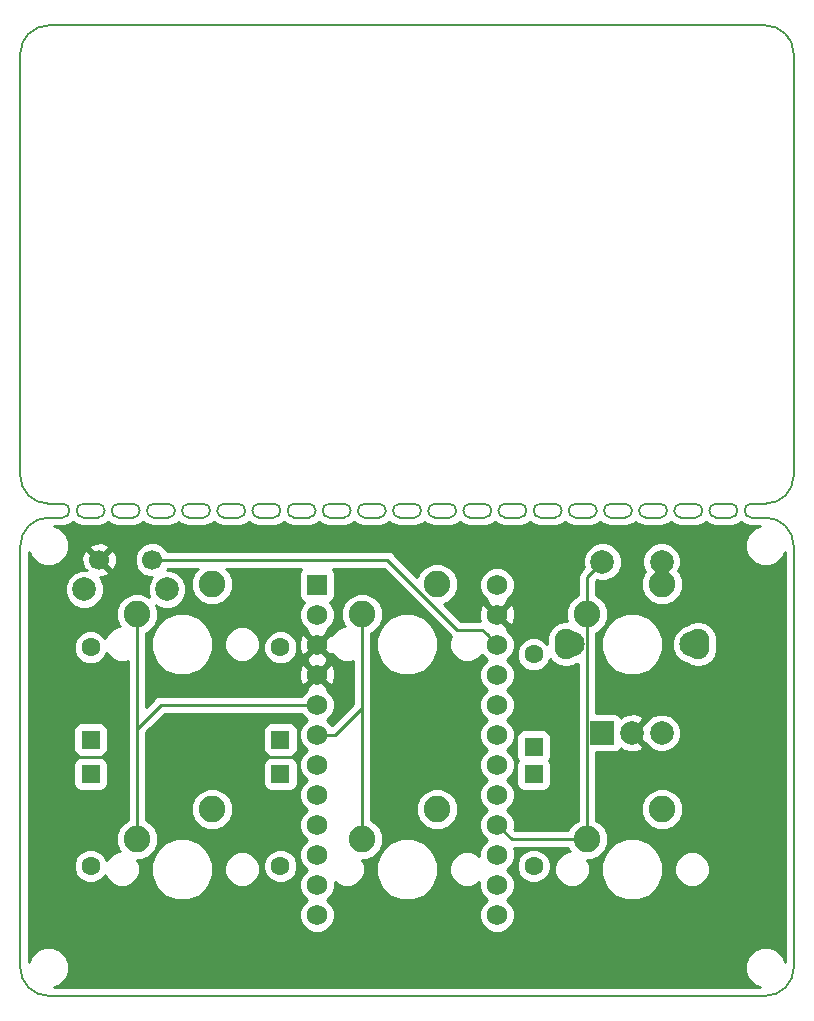
<source format=gbr>
%TF.GenerationSoftware,KiCad,Pcbnew,(5.0.1)-3*%
%TF.CreationDate,2018-12-08T15:20:53+01:00*%
%TF.ProjectId,SamplrPad,53616D706C725061642E6B696361645F,rev?*%
%TF.SameCoordinates,Original*%
%TF.FileFunction,Copper,L2,Bot,Signal*%
%TF.FilePolarity,Positive*%
%FSLAX46Y46*%
G04 Gerber Fmt 4.6, Leading zero omitted, Abs format (unit mm)*
G04 Created by KiCad (PCBNEW (5.0.1)-3) date 8/12/2018 15:20:53*
%MOMM*%
%LPD*%
G01*
G04 APERTURE LIST*
%ADD10C,0.150000*%
%ADD11R,1.752600X1.752600*%
%ADD12C,1.752600*%
%ADD13C,2.150000*%
%ADD14C,2.250000*%
%ADD15C,2.000000*%
%ADD16O,1.900000X2.600000*%
%ADD17R,2.000000X2.000000*%
%ADD18C,1.700000*%
%ADD19C,1.600000*%
%ADD20R,1.600000X1.600000*%
%ADD21C,0.250000*%
%ADD22C,0.254000*%
G04 APERTURE END LIST*
D10*
X141089189Y-57745369D02*
X142279815Y-57745369D01*
X141089189Y-56554743D02*
X142279815Y-56554743D01*
X81557889Y-57745369D02*
X82748515Y-57745369D01*
X81557889Y-56554743D02*
X82748515Y-56554743D01*
X138112624Y-56554743D02*
X139303250Y-56554743D01*
X135136059Y-56554743D02*
X136326685Y-56554743D01*
X141089189Y-57745369D02*
G75*
G02X141089189Y-56554743I0J595313D01*
G01*
X139303250Y-56554743D02*
G75*
G02X139303250Y-57745369I0J-595313D01*
G01*
X138112624Y-57745369D02*
X139303250Y-57745369D01*
X138112624Y-57745369D02*
G75*
G02X138112624Y-56554743I0J595313D01*
G01*
X136326685Y-56554743D02*
G75*
G02X136326685Y-57745369I0J-595313D01*
G01*
X132159494Y-56554743D02*
X133350120Y-56554743D01*
X135136059Y-57745369D02*
X136326685Y-57745369D01*
X135136059Y-57745369D02*
G75*
G02X135136059Y-56554743I0J595313D01*
G01*
X133350120Y-56554743D02*
G75*
G02X133350120Y-57745369I0J-595313D01*
G01*
X129182929Y-56554743D02*
X130373555Y-56554743D01*
X132159494Y-57745369D02*
X133350120Y-57745369D01*
X132159494Y-57745369D02*
G75*
G02X132159494Y-56554743I0J595313D01*
G01*
X130373555Y-56554743D02*
G75*
G02X130373555Y-57745369I0J-595313D01*
G01*
X126206364Y-56554743D02*
X127396990Y-56554743D01*
X129182929Y-57745369D02*
X130373555Y-57745369D01*
X129182929Y-57745369D02*
G75*
G02X129182929Y-56554743I0J595313D01*
G01*
X127396990Y-56554743D02*
G75*
G02X127396990Y-57745369I0J-595313D01*
G01*
X123229799Y-56554743D02*
X124420425Y-56554743D01*
X126206364Y-57745369D02*
X127396990Y-57745369D01*
X126206364Y-57745369D02*
G75*
G02X126206364Y-56554743I0J595313D01*
G01*
X124420425Y-56554743D02*
G75*
G02X124420425Y-57745369I0J-595313D01*
G01*
X120253234Y-56554743D02*
X121443860Y-56554743D01*
X123229799Y-57745369D02*
X124420425Y-57745369D01*
X123229799Y-57745369D02*
G75*
G02X123229799Y-56554743I0J595313D01*
G01*
X121443860Y-56554743D02*
G75*
G02X121443860Y-57745369I0J-595313D01*
G01*
X117276669Y-56554743D02*
X118467295Y-56554743D01*
X120253234Y-57745369D02*
X121443860Y-57745369D01*
X120253234Y-57745369D02*
G75*
G02X120253234Y-56554743I0J595313D01*
G01*
X118467295Y-56554743D02*
G75*
G02X118467295Y-57745369I0J-595313D01*
G01*
X114300104Y-56554743D02*
X115490730Y-56554743D01*
X117276669Y-57745369D02*
X118467295Y-57745369D01*
X117276669Y-57745369D02*
G75*
G02X117276669Y-56554743I0J595313D01*
G01*
X115490730Y-56554743D02*
G75*
G02X115490730Y-57745369I0J-595313D01*
G01*
X111323539Y-56554743D02*
X112514165Y-56554743D01*
X114300104Y-57745369D02*
X115490730Y-57745369D01*
X114300104Y-57745369D02*
G75*
G02X114300104Y-56554743I0J595313D01*
G01*
X112514165Y-56554743D02*
G75*
G02X112514165Y-57745369I0J-595313D01*
G01*
X108346974Y-56554743D02*
X109537600Y-56554743D01*
X111323539Y-57745369D02*
X112514165Y-57745369D01*
X111323539Y-57745369D02*
G75*
G02X111323539Y-56554743I0J595313D01*
G01*
X109537600Y-56554743D02*
G75*
G02X109537600Y-57745369I0J-595313D01*
G01*
X105370409Y-56554743D02*
X106561035Y-56554743D01*
X108346974Y-57745369D02*
X109537600Y-57745369D01*
X108346974Y-57745369D02*
G75*
G02X108346974Y-56554743I0J595313D01*
G01*
X106561035Y-56554743D02*
G75*
G02X106561035Y-57745369I0J-595313D01*
G01*
X102393844Y-56554743D02*
X103584470Y-56554743D01*
X105370409Y-57745369D02*
X106561035Y-57745369D01*
X105370409Y-57745369D02*
G75*
G02X105370409Y-56554743I0J595313D01*
G01*
X103584470Y-56554743D02*
G75*
G02X103584470Y-57745369I0J-595313D01*
G01*
X99417279Y-56554743D02*
X100607905Y-56554743D01*
X102393844Y-57745369D02*
X103584470Y-57745369D01*
X102393844Y-57745369D02*
G75*
G02X102393844Y-56554743I0J595313D01*
G01*
X100607905Y-56554743D02*
G75*
G02X100607905Y-57745369I0J-595313D01*
G01*
X96440714Y-56554743D02*
X97631340Y-56554743D01*
X99417279Y-57745369D02*
X100607905Y-57745369D01*
X99417279Y-57745369D02*
G75*
G02X99417279Y-56554743I0J595313D01*
G01*
X97631340Y-56554743D02*
G75*
G02X97631340Y-57745369I0J-595313D01*
G01*
X93464149Y-56554743D02*
X94654775Y-56554743D01*
X96440714Y-57745369D02*
X97631340Y-57745369D01*
X96440714Y-57745369D02*
G75*
G02X96440714Y-56554743I0J595313D01*
G01*
X94654775Y-56554743D02*
G75*
G02X94654775Y-57745369I0J-595313D01*
G01*
X90487584Y-56554743D02*
X91678210Y-56554743D01*
X93464149Y-57745369D02*
X94654775Y-57745369D01*
X93464149Y-57745369D02*
G75*
G02X93464149Y-56554743I0J595313D01*
G01*
X91678210Y-56554743D02*
G75*
G02X91678210Y-57745369I0J-595313D01*
G01*
X87511019Y-56554743D02*
X88701645Y-56554743D01*
X90487584Y-57745369D02*
X91678210Y-57745369D01*
X90487584Y-57745369D02*
G75*
G02X90487584Y-56554743I0J595313D01*
G01*
X88701645Y-56554743D02*
G75*
G02X88701645Y-57745369I0J-595313D01*
G01*
X84534454Y-56554743D02*
X85725080Y-56554743D01*
X87511019Y-57745369D02*
X88701645Y-57745369D01*
X87511019Y-57745369D02*
G75*
G02X87511019Y-56554743I0J595313D01*
G01*
X85725080Y-56554743D02*
G75*
G02X85725080Y-57745369I0J-595313D01*
G01*
X84534454Y-57745369D02*
X85725080Y-57745369D01*
X84534454Y-57745369D02*
G75*
G02X84534454Y-56554743I0J595313D01*
G01*
X82748515Y-56554743D02*
G75*
G02X82748515Y-57745369I0J-595313D01*
G01*
X142279815Y-16073459D02*
G75*
G02X144661067Y-18454711I0J-2381252D01*
G01*
X144661067Y-54173491D02*
G75*
G02X142279815Y-56554743I-2381252J0D01*
G01*
X81557889Y-56554743D02*
G75*
G02X79176637Y-54173491I0J2381252D01*
G01*
X79176637Y-18454711D02*
G75*
G02X81557889Y-16073459I2381252J0D01*
G01*
X144661067Y-18454711D02*
X144661067Y-54173491D01*
X142279815Y-98226653D02*
X81557889Y-98226653D01*
X79176637Y-54173491D02*
X79176637Y-18454711D01*
X79176637Y-60126621D02*
G75*
G02X81557889Y-57745369I2381252J0D01*
G01*
X142279815Y-57745369D02*
G75*
G02X144661067Y-60126621I0J-2381252D01*
G01*
X144661067Y-95845401D02*
G75*
G02X142279815Y-98226653I-2381252J0D01*
G01*
X81557889Y-98226653D02*
G75*
G02X79176637Y-95845401I0J2381252D01*
G01*
X144661067Y-60126621D02*
X144661067Y-95845401D01*
X81557889Y-16073459D02*
X142279815Y-16073459D01*
X79176637Y-95845401D02*
X79176637Y-60126621D01*
D11*
X104298844Y-63420698D03*
D12*
X104298844Y-65960698D03*
X104298844Y-68500698D03*
X104298844Y-71040698D03*
X104298844Y-73580698D03*
X104298844Y-76120698D03*
X104298844Y-78660698D03*
X104298844Y-81200698D03*
X104298844Y-83740698D03*
X104298844Y-86280698D03*
X104298844Y-88820698D03*
X119538844Y-91360698D03*
X119538844Y-88820698D03*
X119538844Y-86280698D03*
X119538844Y-83740698D03*
X119538844Y-81200698D03*
X119538844Y-78660698D03*
X119538844Y-76120698D03*
X119538844Y-73580698D03*
X119538844Y-71040698D03*
X119538844Y-68500698D03*
X119538844Y-65960698D03*
X104298844Y-91360698D03*
X119538844Y-63420698D03*
D13*
X136048868Y-68461003D03*
X125888868Y-68461003D03*
D14*
X127158868Y-65921003D03*
X133508868Y-63381003D03*
D15*
X133468868Y-61461003D03*
X128468868Y-61461003D03*
D16*
X136568868Y-68461003D03*
X125368868Y-68461003D03*
D15*
X133468868Y-75961003D03*
X130968868Y-75961003D03*
D17*
X128468868Y-75961003D03*
D14*
X108108844Y-65920995D03*
X114458844Y-63380995D03*
X89058828Y-65920995D03*
X95408828Y-63380995D03*
X89058828Y-84971011D03*
X95408828Y-82431011D03*
X108108844Y-84971011D03*
X114458844Y-82431011D03*
X127158860Y-84971011D03*
X133508860Y-82431011D03*
D18*
X90356332Y-61317247D03*
X85856332Y-61317247D03*
D15*
X91606332Y-63817247D03*
X84606332Y-63817247D03*
D19*
X122634486Y-87243828D03*
D20*
X122634486Y-79443828D03*
D19*
X101203218Y-87243828D03*
D20*
X101203218Y-79443828D03*
D19*
X85129767Y-87243828D03*
D20*
X85129767Y-79443828D03*
D19*
X122634486Y-69323507D03*
D20*
X122634486Y-77123507D03*
D19*
X101203218Y-68728194D03*
D20*
X101203218Y-76528194D03*
D19*
X85129767Y-68728194D03*
D20*
X85129767Y-76528194D03*
D21*
X118662545Y-67624399D02*
X119538844Y-68500698D01*
X118299140Y-67260994D02*
X118662545Y-67624399D01*
X116192841Y-67260994D02*
X118299140Y-67260994D01*
X110249094Y-61317247D02*
X116192841Y-67260994D01*
X90356332Y-61317247D02*
X110249094Y-61317247D01*
X89058828Y-84720995D02*
X88843828Y-84935995D01*
X91082889Y-73580698D02*
X89058828Y-75604759D01*
X104298844Y-73580698D02*
X91082889Y-73580698D01*
X89058828Y-65920995D02*
X89058828Y-75604759D01*
X89058828Y-75604759D02*
X89058828Y-84720995D01*
X108108844Y-84701011D02*
X108343828Y-84935995D01*
X105806966Y-76120698D02*
X108108844Y-73818820D01*
X104298844Y-76120698D02*
X105806966Y-76120698D01*
X108108844Y-65920995D02*
X108108844Y-73818820D01*
X108108844Y-73818820D02*
X108108844Y-84701011D01*
X127158860Y-84751027D02*
X127343828Y-84935995D01*
X120769157Y-84971011D02*
X119538844Y-83740698D01*
X127158860Y-84971011D02*
X120769157Y-84971011D01*
X127158860Y-83380021D02*
X127158860Y-84971011D01*
X127143867Y-83365028D02*
X127158860Y-83380021D01*
X127143867Y-67526994D02*
X127143867Y-83365028D01*
X127158868Y-67511993D02*
X127143867Y-67526994D01*
X127158868Y-65921003D02*
X127158868Y-67511993D01*
X127158868Y-62771003D02*
X127158868Y-65921003D01*
X128468868Y-61461003D02*
X127158868Y-62771003D01*
D22*
G36*
X140273782Y-58161348D02*
X140273784Y-58161349D01*
X140273786Y-58161351D01*
X140466921Y-58290398D01*
X140609311Y-58349377D01*
X140722857Y-58396410D01*
X140812161Y-58414174D01*
X140843553Y-58420418D01*
X140950673Y-58441726D01*
X140950675Y-58441726D01*
X141019263Y-58455369D01*
X141780801Y-58455369D01*
X141297016Y-58655759D01*
X140808953Y-59143822D01*
X140544815Y-59781508D01*
X140544815Y-60471734D01*
X140808953Y-61109420D01*
X141297016Y-61597483D01*
X141934702Y-61861621D01*
X142624928Y-61861621D01*
X143262614Y-61597483D01*
X143750677Y-61109420D01*
X143951067Y-60625635D01*
X143951068Y-95346389D01*
X143750677Y-94862602D01*
X143262614Y-94374539D01*
X142624928Y-94110401D01*
X141934702Y-94110401D01*
X141297016Y-94374539D01*
X140808953Y-94862602D01*
X140544815Y-95500288D01*
X140544815Y-96190514D01*
X140808953Y-96828200D01*
X141297016Y-97316263D01*
X141780801Y-97516653D01*
X82056903Y-97516653D01*
X82540688Y-97316263D01*
X83028751Y-96828200D01*
X83292889Y-96190514D01*
X83292889Y-95500288D01*
X83028751Y-94862602D01*
X82540688Y-94374539D01*
X81903002Y-94110401D01*
X81212776Y-94110401D01*
X80575090Y-94374539D01*
X80087027Y-94862602D01*
X79886637Y-95346387D01*
X79886637Y-78643828D01*
X83682327Y-78643828D01*
X83682327Y-80243828D01*
X83731610Y-80491593D01*
X83871958Y-80701637D01*
X84082002Y-80841985D01*
X84329767Y-80891268D01*
X85929767Y-80891268D01*
X86177532Y-80841985D01*
X86387576Y-80701637D01*
X86527924Y-80491593D01*
X86577207Y-80243828D01*
X86577207Y-78643828D01*
X86527924Y-78396063D01*
X86387576Y-78186019D01*
X86177532Y-78045671D01*
X85929767Y-77996388D01*
X84329767Y-77996388D01*
X84082002Y-78045671D01*
X83871958Y-78186019D01*
X83731610Y-78396063D01*
X83682327Y-78643828D01*
X79886637Y-78643828D01*
X79886637Y-75728194D01*
X83682327Y-75728194D01*
X83682327Y-77328194D01*
X83731610Y-77575959D01*
X83871958Y-77786003D01*
X84082002Y-77926351D01*
X84329767Y-77975634D01*
X85929767Y-77975634D01*
X86177532Y-77926351D01*
X86387576Y-77786003D01*
X86527924Y-77575959D01*
X86577207Y-77328194D01*
X86577207Y-75728194D01*
X86527924Y-75480429D01*
X86387576Y-75270385D01*
X86177532Y-75130037D01*
X85929767Y-75080754D01*
X84329767Y-75080754D01*
X84082002Y-75130037D01*
X83871958Y-75270385D01*
X83731610Y-75480429D01*
X83682327Y-75728194D01*
X79886637Y-75728194D01*
X79886637Y-68442755D01*
X83694767Y-68442755D01*
X83694767Y-69013633D01*
X83913233Y-69541056D01*
X84316905Y-69944728D01*
X84844328Y-70163194D01*
X85415206Y-70163194D01*
X85942629Y-69944728D01*
X86346301Y-69541056D01*
X86474047Y-69232651D01*
X86508712Y-69316341D01*
X86933482Y-69741111D01*
X87488470Y-69970995D01*
X88089186Y-69970995D01*
X88298828Y-69884158D01*
X88298829Y-75529903D01*
X88298828Y-75529908D01*
X88298828Y-75529912D01*
X88283940Y-75604759D01*
X88298828Y-75679606D01*
X88298829Y-83380803D01*
X88061868Y-83478955D01*
X87566772Y-83974051D01*
X87298828Y-84620925D01*
X87298828Y-85321097D01*
X87566772Y-85967971D01*
X87599812Y-86001011D01*
X87488470Y-86001011D01*
X86933482Y-86230895D01*
X86508712Y-86655665D01*
X86474043Y-86739363D01*
X86346301Y-86430966D01*
X85942629Y-86027294D01*
X85415206Y-85808828D01*
X84844328Y-85808828D01*
X84316905Y-86027294D01*
X83913233Y-86430966D01*
X83694767Y-86958389D01*
X83694767Y-87529267D01*
X83913233Y-88056690D01*
X84316905Y-88460362D01*
X84844328Y-88678828D01*
X85415206Y-88678828D01*
X85942629Y-88460362D01*
X86346301Y-88056690D01*
X86363372Y-88015476D01*
X86508712Y-88366357D01*
X86933482Y-88791127D01*
X87488470Y-89021011D01*
X88089186Y-89021011D01*
X88644174Y-88791127D01*
X89068944Y-88366357D01*
X89298828Y-87811369D01*
X89298828Y-87210653D01*
X89206640Y-86988090D01*
X90239928Y-86988090D01*
X90239928Y-88033932D01*
X90640154Y-89000163D01*
X91379676Y-89739685D01*
X92345907Y-90139911D01*
X93391749Y-90139911D01*
X94357980Y-89739685D01*
X95097502Y-89000163D01*
X95497728Y-88033932D01*
X95497728Y-87210653D01*
X96438828Y-87210653D01*
X96438828Y-87811369D01*
X96668712Y-88366357D01*
X97093482Y-88791127D01*
X97648470Y-89021011D01*
X98249186Y-89021011D01*
X98804174Y-88791127D01*
X99228944Y-88366357D01*
X99458828Y-87811369D01*
X99458828Y-87210653D01*
X99354337Y-86958389D01*
X99768218Y-86958389D01*
X99768218Y-87529267D01*
X99986684Y-88056690D01*
X100390356Y-88460362D01*
X100917779Y-88678828D01*
X101488657Y-88678828D01*
X102016080Y-88460362D01*
X102419752Y-88056690D01*
X102638218Y-87529267D01*
X102638218Y-86958389D01*
X102419752Y-86430966D01*
X102016080Y-86027294D01*
X101488657Y-85808828D01*
X100917779Y-85808828D01*
X100390356Y-86027294D01*
X99986684Y-86430966D01*
X99768218Y-86958389D01*
X99354337Y-86958389D01*
X99228944Y-86655665D01*
X98804174Y-86230895D01*
X98249186Y-86001011D01*
X97648470Y-86001011D01*
X97093482Y-86230895D01*
X96668712Y-86655665D01*
X96438828Y-87210653D01*
X95497728Y-87210653D01*
X95497728Y-86988090D01*
X95097502Y-86021859D01*
X94357980Y-85282337D01*
X93391749Y-84882111D01*
X92345907Y-84882111D01*
X91379676Y-85282337D01*
X90640154Y-86021859D01*
X90239928Y-86988090D01*
X89206640Y-86988090D01*
X89100153Y-86731011D01*
X89408914Y-86731011D01*
X90055788Y-86463067D01*
X90550884Y-85967971D01*
X90818828Y-85321097D01*
X90818828Y-84620925D01*
X90550884Y-83974051D01*
X90055788Y-83478955D01*
X89818828Y-83380803D01*
X89818828Y-82080925D01*
X93648828Y-82080925D01*
X93648828Y-82781097D01*
X93916772Y-83427971D01*
X94411868Y-83923067D01*
X95058742Y-84191011D01*
X95758914Y-84191011D01*
X96405788Y-83923067D01*
X96900884Y-83427971D01*
X97168828Y-82781097D01*
X97168828Y-82080925D01*
X96900884Y-81434051D01*
X96405788Y-80938955D01*
X95758914Y-80671011D01*
X95058742Y-80671011D01*
X94411868Y-80938955D01*
X93916772Y-81434051D01*
X93648828Y-82080925D01*
X89818828Y-82080925D01*
X89818828Y-78643828D01*
X99755778Y-78643828D01*
X99755778Y-80243828D01*
X99805061Y-80491593D01*
X99945409Y-80701637D01*
X100155453Y-80841985D01*
X100403218Y-80891268D01*
X102003218Y-80891268D01*
X102250983Y-80841985D01*
X102461027Y-80701637D01*
X102601375Y-80491593D01*
X102650658Y-80243828D01*
X102650658Y-78643828D01*
X102601375Y-78396063D01*
X102461027Y-78186019D01*
X102250983Y-78045671D01*
X102003218Y-77996388D01*
X100403218Y-77996388D01*
X100155453Y-78045671D01*
X99945409Y-78186019D01*
X99805061Y-78396063D01*
X99755778Y-78643828D01*
X89818828Y-78643828D01*
X89818828Y-75919560D01*
X90010194Y-75728194D01*
X99755778Y-75728194D01*
X99755778Y-77328194D01*
X99805061Y-77575959D01*
X99945409Y-77786003D01*
X100155453Y-77926351D01*
X100403218Y-77975634D01*
X102003218Y-77975634D01*
X102250983Y-77926351D01*
X102461027Y-77786003D01*
X102601375Y-77575959D01*
X102650658Y-77328194D01*
X102650658Y-75728194D01*
X102601375Y-75480429D01*
X102461027Y-75270385D01*
X102250983Y-75130037D01*
X102003218Y-75080754D01*
X100403218Y-75080754D01*
X100155453Y-75130037D01*
X99945409Y-75270385D01*
X99805061Y-75480429D01*
X99755778Y-75728194D01*
X90010194Y-75728194D01*
X91397691Y-74340698D01*
X102977827Y-74340698D01*
X103017626Y-74436781D01*
X103431543Y-74850698D01*
X103017626Y-75264615D01*
X102787544Y-75820082D01*
X102787544Y-76421314D01*
X103017626Y-76976781D01*
X103431543Y-77390698D01*
X103017626Y-77804615D01*
X102787544Y-78360082D01*
X102787544Y-78961314D01*
X103017626Y-79516781D01*
X103431543Y-79930698D01*
X103017626Y-80344615D01*
X102787544Y-80900082D01*
X102787544Y-81501314D01*
X103017626Y-82056781D01*
X103431543Y-82470698D01*
X103017626Y-82884615D01*
X102787544Y-83440082D01*
X102787544Y-84041314D01*
X103017626Y-84596781D01*
X103431543Y-85010698D01*
X103017626Y-85424615D01*
X102787544Y-85980082D01*
X102787544Y-86581314D01*
X103017626Y-87136781D01*
X103431543Y-87550698D01*
X103017626Y-87964615D01*
X102787544Y-88520082D01*
X102787544Y-89121314D01*
X103017626Y-89676781D01*
X103431543Y-90090698D01*
X103017626Y-90504615D01*
X102787544Y-91060082D01*
X102787544Y-91661314D01*
X103017626Y-92216781D01*
X103442761Y-92641916D01*
X103998228Y-92871998D01*
X104599460Y-92871998D01*
X105154927Y-92641916D01*
X105580062Y-92216781D01*
X105810144Y-91661314D01*
X105810144Y-91060082D01*
X105580062Y-90504615D01*
X105166145Y-90090698D01*
X105580062Y-89676781D01*
X105810144Y-89121314D01*
X105810144Y-88617773D01*
X105983498Y-88791127D01*
X106538486Y-89021011D01*
X107139202Y-89021011D01*
X107694190Y-88791127D01*
X108118960Y-88366357D01*
X108348844Y-87811369D01*
X108348844Y-87210653D01*
X108256656Y-86988090D01*
X109289944Y-86988090D01*
X109289944Y-88033932D01*
X109690170Y-89000163D01*
X110429692Y-89739685D01*
X111395923Y-90139911D01*
X112441765Y-90139911D01*
X113407996Y-89739685D01*
X114147518Y-89000163D01*
X114547744Y-88033932D01*
X114547744Y-86988090D01*
X114147518Y-86021859D01*
X113407996Y-85282337D01*
X112441765Y-84882111D01*
X111395923Y-84882111D01*
X110429692Y-85282337D01*
X109690170Y-86021859D01*
X109289944Y-86988090D01*
X108256656Y-86988090D01*
X108150169Y-86731011D01*
X108458930Y-86731011D01*
X109105804Y-86463067D01*
X109600900Y-85967971D01*
X109868844Y-85321097D01*
X109868844Y-84620925D01*
X109600900Y-83974051D01*
X109105804Y-83478955D01*
X108868844Y-83380803D01*
X108868844Y-82080925D01*
X112698844Y-82080925D01*
X112698844Y-82781097D01*
X112966788Y-83427971D01*
X113461884Y-83923067D01*
X114108758Y-84191011D01*
X114808930Y-84191011D01*
X115455804Y-83923067D01*
X115950900Y-83427971D01*
X116218844Y-82781097D01*
X116218844Y-82080925D01*
X115950900Y-81434051D01*
X115455804Y-80938955D01*
X114808930Y-80671011D01*
X114108758Y-80671011D01*
X113461884Y-80938955D01*
X112966788Y-81434051D01*
X112698844Y-82080925D01*
X108868844Y-82080925D01*
X108868844Y-73893668D01*
X108883732Y-73818821D01*
X108868844Y-73743974D01*
X108868844Y-67938074D01*
X109289944Y-67938074D01*
X109289944Y-68983916D01*
X109690170Y-69950147D01*
X110429692Y-70689669D01*
X111395923Y-71089895D01*
X112441765Y-71089895D01*
X113407996Y-70689669D01*
X114147518Y-69950147D01*
X114547744Y-68983916D01*
X114547744Y-67938074D01*
X114147518Y-66971843D01*
X113407996Y-66232321D01*
X112441765Y-65832095D01*
X111395923Y-65832095D01*
X110429692Y-66232321D01*
X109690170Y-66971843D01*
X109289944Y-67938074D01*
X108868844Y-67938074D01*
X108868844Y-67511203D01*
X109105804Y-67413051D01*
X109600900Y-66917955D01*
X109868844Y-66271081D01*
X109868844Y-65570909D01*
X109600900Y-64924035D01*
X109105804Y-64428939D01*
X108458930Y-64160995D01*
X107758758Y-64160995D01*
X107111884Y-64428939D01*
X106616788Y-64924035D01*
X106348844Y-65570909D01*
X106348844Y-66271081D01*
X106616788Y-66917955D01*
X106649828Y-66950995D01*
X106538486Y-66950995D01*
X105983498Y-67180879D01*
X105558728Y-67605649D01*
X105530885Y-67672867D01*
X105361845Y-67617302D01*
X104478449Y-68500698D01*
X105361845Y-69384094D01*
X105561013Y-69318626D01*
X105983498Y-69741111D01*
X106538486Y-69970995D01*
X107139202Y-69970995D01*
X107348845Y-69884158D01*
X107348845Y-73504017D01*
X105582460Y-75270403D01*
X105580062Y-75264615D01*
X105166145Y-74850698D01*
X105580062Y-74436781D01*
X105810144Y-73881314D01*
X105810144Y-73280082D01*
X105580062Y-72724615D01*
X105154927Y-72299480D01*
X105122324Y-72285976D01*
X105182240Y-72103699D01*
X104298844Y-71220303D01*
X103415448Y-72103699D01*
X103475364Y-72285976D01*
X103442761Y-72299480D01*
X103017626Y-72724615D01*
X102977827Y-72820698D01*
X91157737Y-72820698D01*
X91082889Y-72805810D01*
X91008041Y-72820698D01*
X91008037Y-72820698D01*
X90786352Y-72864794D01*
X90534960Y-73032769D01*
X90492560Y-73096225D01*
X89818828Y-73769957D01*
X89818828Y-67938074D01*
X90239928Y-67938074D01*
X90239928Y-68983916D01*
X90640154Y-69950147D01*
X91379676Y-70689669D01*
X92345907Y-71089895D01*
X93391749Y-71089895D01*
X94077868Y-70805695D01*
X102775962Y-70805695D01*
X102801953Y-71406366D01*
X102981817Y-71840594D01*
X103235843Y-71924094D01*
X104119239Y-71040698D01*
X104478449Y-71040698D01*
X105361845Y-71924094D01*
X105615871Y-71840594D01*
X105821726Y-71275701D01*
X105795735Y-70675030D01*
X105615871Y-70240802D01*
X105361845Y-70157302D01*
X104478449Y-71040698D01*
X104119239Y-71040698D01*
X103235843Y-70157302D01*
X102981817Y-70240802D01*
X102775962Y-70805695D01*
X94077868Y-70805695D01*
X94357980Y-70689669D01*
X95097502Y-69950147D01*
X95497728Y-68983916D01*
X95497728Y-68160637D01*
X96438828Y-68160637D01*
X96438828Y-68761353D01*
X96668712Y-69316341D01*
X97093482Y-69741111D01*
X97648470Y-69970995D01*
X98249186Y-69970995D01*
X98804174Y-69741111D01*
X99228944Y-69316341D01*
X99458828Y-68761353D01*
X99458828Y-68442755D01*
X99768218Y-68442755D01*
X99768218Y-69013633D01*
X99986684Y-69541056D01*
X100390356Y-69944728D01*
X100917779Y-70163194D01*
X101488657Y-70163194D01*
X102016080Y-69944728D01*
X102397109Y-69563699D01*
X103415448Y-69563699D01*
X103483490Y-69770698D01*
X103415448Y-69977697D01*
X104298844Y-70861093D01*
X105182240Y-69977697D01*
X105114198Y-69770698D01*
X105182240Y-69563699D01*
X104298844Y-68680303D01*
X103415448Y-69563699D01*
X102397109Y-69563699D01*
X102419752Y-69541056D01*
X102638218Y-69013633D01*
X102638218Y-68442755D01*
X102564878Y-68265695D01*
X102775962Y-68265695D01*
X102801953Y-68866366D01*
X102981817Y-69300594D01*
X103235843Y-69384094D01*
X104119239Y-68500698D01*
X103235843Y-67617302D01*
X102981817Y-67700802D01*
X102775962Y-68265695D01*
X102564878Y-68265695D01*
X102419752Y-67915332D01*
X102016080Y-67511660D01*
X101488657Y-67293194D01*
X100917779Y-67293194D01*
X100390356Y-67511660D01*
X99986684Y-67915332D01*
X99768218Y-68442755D01*
X99458828Y-68442755D01*
X99458828Y-68160637D01*
X99228944Y-67605649D01*
X98804174Y-67180879D01*
X98249186Y-66950995D01*
X97648470Y-66950995D01*
X97093482Y-67180879D01*
X96668712Y-67605649D01*
X96438828Y-68160637D01*
X95497728Y-68160637D01*
X95497728Y-67938074D01*
X95097502Y-66971843D01*
X94357980Y-66232321D01*
X93391749Y-65832095D01*
X92345907Y-65832095D01*
X91379676Y-66232321D01*
X90640154Y-66971843D01*
X90239928Y-67938074D01*
X89818828Y-67938074D01*
X89818828Y-67511203D01*
X90055788Y-67413051D01*
X90550884Y-66917955D01*
X90818828Y-66271081D01*
X90818828Y-65570909D01*
X90656952Y-65180106D01*
X90680179Y-65203333D01*
X91281110Y-65452247D01*
X91931554Y-65452247D01*
X92532485Y-65203333D01*
X92992418Y-64743400D01*
X93241332Y-64142469D01*
X93241332Y-63492025D01*
X92992418Y-62891094D01*
X92532485Y-62431161D01*
X91931554Y-62182247D01*
X91591439Y-62182247D01*
X91615254Y-62158432D01*
X91648882Y-62077247D01*
X94223560Y-62077247D01*
X93916772Y-62384035D01*
X93648828Y-63030909D01*
X93648828Y-63731081D01*
X93916772Y-64377955D01*
X94411868Y-64873051D01*
X95058742Y-65140995D01*
X95758914Y-65140995D01*
X96405788Y-64873051D01*
X96900884Y-64377955D01*
X97168828Y-63731081D01*
X97168828Y-63030909D01*
X96900884Y-62384035D01*
X96594096Y-62077247D01*
X102978716Y-62077247D01*
X102964735Y-62086589D01*
X102824387Y-62296633D01*
X102775104Y-62544398D01*
X102775104Y-64296998D01*
X102824387Y-64544763D01*
X102964735Y-64754807D01*
X103174779Y-64895155D01*
X103218408Y-64903833D01*
X103017626Y-65104615D01*
X102787544Y-65660082D01*
X102787544Y-66261314D01*
X103017626Y-66816781D01*
X103442761Y-67241916D01*
X103475364Y-67255420D01*
X103415448Y-67437697D01*
X104298844Y-68321093D01*
X105182240Y-67437697D01*
X105122324Y-67255420D01*
X105154927Y-67241916D01*
X105580062Y-66816781D01*
X105810144Y-66261314D01*
X105810144Y-65660082D01*
X105580062Y-65104615D01*
X105379280Y-64903833D01*
X105422909Y-64895155D01*
X105632953Y-64754807D01*
X105773301Y-64544763D01*
X105822584Y-64296998D01*
X105822584Y-62544398D01*
X105773301Y-62296633D01*
X105632953Y-62086589D01*
X105618972Y-62077247D01*
X109934293Y-62077247D01*
X115602511Y-67745466D01*
X115638502Y-67799330D01*
X115488844Y-68160637D01*
X115488844Y-68761353D01*
X115718728Y-69316341D01*
X116143498Y-69741111D01*
X116698486Y-69970995D01*
X117299202Y-69970995D01*
X117854190Y-69741111D01*
X118252030Y-69343271D01*
X118257626Y-69356781D01*
X118671543Y-69770698D01*
X118257626Y-70184615D01*
X118027544Y-70740082D01*
X118027544Y-71341314D01*
X118257626Y-71896781D01*
X118671543Y-72310698D01*
X118257626Y-72724615D01*
X118027544Y-73280082D01*
X118027544Y-73881314D01*
X118257626Y-74436781D01*
X118671543Y-74850698D01*
X118257626Y-75264615D01*
X118027544Y-75820082D01*
X118027544Y-76421314D01*
X118257626Y-76976781D01*
X118671543Y-77390698D01*
X118257626Y-77804615D01*
X118027544Y-78360082D01*
X118027544Y-78961314D01*
X118257626Y-79516781D01*
X118671543Y-79930698D01*
X118257626Y-80344615D01*
X118027544Y-80900082D01*
X118027544Y-81501314D01*
X118257626Y-82056781D01*
X118671543Y-82470698D01*
X118257626Y-82884615D01*
X118027544Y-83440082D01*
X118027544Y-84041314D01*
X118257626Y-84596781D01*
X118671543Y-85010698D01*
X118257626Y-85424615D01*
X118027544Y-85980082D01*
X118027544Y-86404249D01*
X117854190Y-86230895D01*
X117299202Y-86001011D01*
X116698486Y-86001011D01*
X116143498Y-86230895D01*
X115718728Y-86655665D01*
X115488844Y-87210653D01*
X115488844Y-87811369D01*
X115718728Y-88366357D01*
X116143498Y-88791127D01*
X116698486Y-89021011D01*
X117299202Y-89021011D01*
X117854190Y-88791127D01*
X118027544Y-88617773D01*
X118027544Y-89121314D01*
X118257626Y-89676781D01*
X118671543Y-90090698D01*
X118257626Y-90504615D01*
X118027544Y-91060082D01*
X118027544Y-91661314D01*
X118257626Y-92216781D01*
X118682761Y-92641916D01*
X119238228Y-92871998D01*
X119839460Y-92871998D01*
X120394927Y-92641916D01*
X120820062Y-92216781D01*
X121050144Y-91661314D01*
X121050144Y-91060082D01*
X120820062Y-90504615D01*
X120406145Y-90090698D01*
X120820062Y-89676781D01*
X121050144Y-89121314D01*
X121050144Y-88520082D01*
X120820062Y-87964615D01*
X120406145Y-87550698D01*
X120820062Y-87136781D01*
X120893954Y-86958389D01*
X121199486Y-86958389D01*
X121199486Y-87529267D01*
X121417952Y-88056690D01*
X121821624Y-88460362D01*
X122349047Y-88678828D01*
X122919925Y-88678828D01*
X123447348Y-88460362D01*
X123851020Y-88056690D01*
X124069486Y-87529267D01*
X124069486Y-86958389D01*
X123851020Y-86430966D01*
X123447348Y-86027294D01*
X122919925Y-85808828D01*
X122349047Y-85808828D01*
X121821624Y-86027294D01*
X121417952Y-86430966D01*
X121199486Y-86958389D01*
X120893954Y-86958389D01*
X121050144Y-86581314D01*
X121050144Y-85980082D01*
X120946975Y-85731011D01*
X125568652Y-85731011D01*
X125666804Y-85967971D01*
X125699844Y-86001011D01*
X125588502Y-86001011D01*
X125033514Y-86230895D01*
X124608744Y-86655665D01*
X124378860Y-87210653D01*
X124378860Y-87811369D01*
X124608744Y-88366357D01*
X125033514Y-88791127D01*
X125588502Y-89021011D01*
X126189218Y-89021011D01*
X126744206Y-88791127D01*
X127168976Y-88366357D01*
X127398860Y-87811369D01*
X127398860Y-87210653D01*
X127306672Y-86988090D01*
X128339960Y-86988090D01*
X128339960Y-88033932D01*
X128740186Y-89000163D01*
X129479708Y-89739685D01*
X130445939Y-90139911D01*
X131491781Y-90139911D01*
X132458012Y-89739685D01*
X133197534Y-89000163D01*
X133597760Y-88033932D01*
X133597760Y-87210653D01*
X134538860Y-87210653D01*
X134538860Y-87811369D01*
X134768744Y-88366357D01*
X135193514Y-88791127D01*
X135748502Y-89021011D01*
X136349218Y-89021011D01*
X136904206Y-88791127D01*
X137328976Y-88366357D01*
X137558860Y-87811369D01*
X137558860Y-87210653D01*
X137328976Y-86655665D01*
X136904206Y-86230895D01*
X136349218Y-86001011D01*
X135748502Y-86001011D01*
X135193514Y-86230895D01*
X134768744Y-86655665D01*
X134538860Y-87210653D01*
X133597760Y-87210653D01*
X133597760Y-86988090D01*
X133197534Y-86021859D01*
X132458012Y-85282337D01*
X131491781Y-84882111D01*
X130445939Y-84882111D01*
X129479708Y-85282337D01*
X128740186Y-86021859D01*
X128339960Y-86988090D01*
X127306672Y-86988090D01*
X127200185Y-86731011D01*
X127508946Y-86731011D01*
X128155820Y-86463067D01*
X128650916Y-85967971D01*
X128918860Y-85321097D01*
X128918860Y-84620925D01*
X128650916Y-83974051D01*
X128155820Y-83478955D01*
X127932471Y-83386441D01*
X127933748Y-83380020D01*
X127918860Y-83305173D01*
X127918860Y-83305169D01*
X127903867Y-83229794D01*
X127903867Y-82080925D01*
X131748860Y-82080925D01*
X131748860Y-82781097D01*
X132016804Y-83427971D01*
X132511900Y-83923067D01*
X133158774Y-84191011D01*
X133858946Y-84191011D01*
X134505820Y-83923067D01*
X135000916Y-83427971D01*
X135268860Y-82781097D01*
X135268860Y-82080925D01*
X135000916Y-81434051D01*
X134505820Y-80938955D01*
X133858946Y-80671011D01*
X133158774Y-80671011D01*
X132511900Y-80938955D01*
X132016804Y-81434051D01*
X131748860Y-82080925D01*
X127903867Y-82080925D01*
X127903867Y-77608443D01*
X129468868Y-77608443D01*
X129716633Y-77559160D01*
X129926677Y-77418812D01*
X130043930Y-77243332D01*
X130094604Y-77380390D01*
X130704329Y-77606911D01*
X131354328Y-77582859D01*
X131843132Y-77380390D01*
X131941795Y-77113535D01*
X130968868Y-76140608D01*
X130954726Y-76154751D01*
X130775121Y-75975146D01*
X130789263Y-75961003D01*
X131148473Y-75961003D01*
X132121400Y-76933930D01*
X132127354Y-76931728D01*
X132542715Y-77347089D01*
X133143646Y-77596003D01*
X133794090Y-77596003D01*
X134395021Y-77347089D01*
X134854954Y-76887156D01*
X135103868Y-76286225D01*
X135103868Y-75635781D01*
X134854954Y-75034850D01*
X134395021Y-74574917D01*
X133794090Y-74326003D01*
X133143646Y-74326003D01*
X132542715Y-74574917D01*
X132127354Y-74990278D01*
X132121400Y-74988076D01*
X131148473Y-75961003D01*
X130789263Y-75961003D01*
X130775121Y-75946861D01*
X130954726Y-75767256D01*
X130968868Y-75781398D01*
X131941795Y-74808471D01*
X131843132Y-74541616D01*
X131233407Y-74315095D01*
X130583408Y-74339147D01*
X130094604Y-74541616D01*
X130043930Y-74678674D01*
X129926677Y-74503194D01*
X129716633Y-74362846D01*
X129468868Y-74313563D01*
X127903867Y-74313563D01*
X127903867Y-67938082D01*
X128339968Y-67938082D01*
X128339968Y-68983924D01*
X128740194Y-69950155D01*
X129479716Y-70689677D01*
X130445947Y-71089903D01*
X131491789Y-71089903D01*
X132458020Y-70689677D01*
X133197542Y-69950155D01*
X133597768Y-68983924D01*
X133597768Y-68120863D01*
X134338868Y-68120863D01*
X134338868Y-68801143D01*
X134599200Y-69429640D01*
X135080231Y-69910671D01*
X135708728Y-70171003D01*
X135751330Y-70171003D01*
X135950433Y-70304039D01*
X136568868Y-70427054D01*
X137187304Y-70304039D01*
X137711589Y-69953724D01*
X138061904Y-69429439D01*
X138153868Y-68967105D01*
X138153868Y-67954900D01*
X138061904Y-67492567D01*
X137711589Y-66968282D01*
X137187303Y-66617967D01*
X136568868Y-66494952D01*
X135950432Y-66617967D01*
X135751329Y-66751003D01*
X135708728Y-66751003D01*
X135080231Y-67011335D01*
X134599200Y-67492366D01*
X134338868Y-68120863D01*
X133597768Y-68120863D01*
X133597768Y-67938082D01*
X133197542Y-66971851D01*
X132458020Y-66232329D01*
X131491789Y-65832103D01*
X130445947Y-65832103D01*
X129479716Y-66232329D01*
X128740194Y-66971851D01*
X128339968Y-67938082D01*
X127903867Y-67938082D01*
X127903867Y-67662260D01*
X127918868Y-67586845D01*
X127918868Y-67586841D01*
X127933756Y-67511993D01*
X127932479Y-67505573D01*
X128155828Y-67413059D01*
X128650924Y-66917963D01*
X128918868Y-66271089D01*
X128918868Y-65570917D01*
X128650924Y-64924043D01*
X128155828Y-64428947D01*
X127918868Y-64330795D01*
X127918868Y-63085804D01*
X127977492Y-63027180D01*
X128143646Y-63096003D01*
X128794090Y-63096003D01*
X128951221Y-63030917D01*
X131748868Y-63030917D01*
X131748868Y-63731089D01*
X132016812Y-64377963D01*
X132511908Y-64873059D01*
X133158782Y-65141003D01*
X133858954Y-65141003D01*
X134505828Y-64873059D01*
X135000924Y-64377963D01*
X135268868Y-63731089D01*
X135268868Y-63030917D01*
X135000924Y-62384043D01*
X134898619Y-62281738D01*
X135103868Y-61786225D01*
X135103868Y-61135781D01*
X134854954Y-60534850D01*
X134395021Y-60074917D01*
X133794090Y-59826003D01*
X133143646Y-59826003D01*
X132542715Y-60074917D01*
X132082782Y-60534850D01*
X131833868Y-61135781D01*
X131833868Y-61786225D01*
X132062548Y-62338307D01*
X132016812Y-62384043D01*
X131748868Y-63030917D01*
X128951221Y-63030917D01*
X129395021Y-62847089D01*
X129854954Y-62387156D01*
X130103868Y-61786225D01*
X130103868Y-61135781D01*
X129854954Y-60534850D01*
X129395021Y-60074917D01*
X128794090Y-59826003D01*
X128143646Y-59826003D01*
X127542715Y-60074917D01*
X127082782Y-60534850D01*
X126833868Y-61135781D01*
X126833868Y-61786225D01*
X126902691Y-61952379D01*
X126674398Y-62180672D01*
X126610939Y-62223074D01*
X126442964Y-62474467D01*
X126398868Y-62696152D01*
X126398868Y-62696156D01*
X126383980Y-62771003D01*
X126398868Y-62845850D01*
X126398868Y-64330795D01*
X126161908Y-64428947D01*
X125666812Y-64924043D01*
X125398868Y-65570917D01*
X125398868Y-66271089D01*
X125502615Y-66521556D01*
X125368868Y-66494952D01*
X124750432Y-66617967D01*
X124226147Y-66968282D01*
X123875832Y-67492568D01*
X123783868Y-67954901D01*
X123783868Y-68443493D01*
X123447348Y-68106973D01*
X122919925Y-67888507D01*
X122349047Y-67888507D01*
X121821624Y-68106973D01*
X121417952Y-68510645D01*
X121199486Y-69038068D01*
X121199486Y-69608946D01*
X121417952Y-70136369D01*
X121821624Y-70540041D01*
X122349047Y-70758507D01*
X122919925Y-70758507D01*
X123447348Y-70540041D01*
X123851020Y-70136369D01*
X124041278Y-69677047D01*
X124226147Y-69953724D01*
X124750433Y-70304039D01*
X125368868Y-70427054D01*
X125987304Y-70304039D01*
X126186407Y-70171003D01*
X126229008Y-70171003D01*
X126383867Y-70106858D01*
X126383868Y-83290176D01*
X126368979Y-83365028D01*
X126374153Y-83391037D01*
X126161900Y-83478955D01*
X125666804Y-83974051D01*
X125568652Y-84211011D01*
X121083960Y-84211011D01*
X121010345Y-84137397D01*
X121050144Y-84041314D01*
X121050144Y-83440082D01*
X120820062Y-82884615D01*
X120406145Y-82470698D01*
X120820062Y-82056781D01*
X121050144Y-81501314D01*
X121050144Y-80900082D01*
X120820062Y-80344615D01*
X120406145Y-79930698D01*
X120820062Y-79516781D01*
X121050144Y-78961314D01*
X121050144Y-78360082D01*
X120820062Y-77804615D01*
X120406145Y-77390698D01*
X120820062Y-76976781D01*
X121050144Y-76421314D01*
X121050144Y-76323507D01*
X121187046Y-76323507D01*
X121187046Y-77923507D01*
X121236329Y-78171272D01*
X121311430Y-78283668D01*
X121236329Y-78396063D01*
X121187046Y-78643828D01*
X121187046Y-80243828D01*
X121236329Y-80491593D01*
X121376677Y-80701637D01*
X121586721Y-80841985D01*
X121834486Y-80891268D01*
X123434486Y-80891268D01*
X123682251Y-80841985D01*
X123892295Y-80701637D01*
X124032643Y-80491593D01*
X124081926Y-80243828D01*
X124081926Y-78643828D01*
X124032643Y-78396063D01*
X123957542Y-78283668D01*
X124032643Y-78171272D01*
X124081926Y-77923507D01*
X124081926Y-76323507D01*
X124032643Y-76075742D01*
X123892295Y-75865698D01*
X123682251Y-75725350D01*
X123434486Y-75676067D01*
X121834486Y-75676067D01*
X121586721Y-75725350D01*
X121376677Y-75865698D01*
X121236329Y-76075742D01*
X121187046Y-76323507D01*
X121050144Y-76323507D01*
X121050144Y-75820082D01*
X120820062Y-75264615D01*
X120406145Y-74850698D01*
X120820062Y-74436781D01*
X121050144Y-73881314D01*
X121050144Y-73280082D01*
X120820062Y-72724615D01*
X120406145Y-72310698D01*
X120820062Y-71896781D01*
X121050144Y-71341314D01*
X121050144Y-70740082D01*
X120820062Y-70184615D01*
X120406145Y-69770698D01*
X120820062Y-69356781D01*
X121050144Y-68801314D01*
X121050144Y-68200082D01*
X120820062Y-67644615D01*
X120394927Y-67219480D01*
X120362324Y-67205976D01*
X120422240Y-67023699D01*
X119538844Y-66140303D01*
X119524702Y-66154446D01*
X119345097Y-65974841D01*
X119359239Y-65960698D01*
X119718449Y-65960698D01*
X120601845Y-66844094D01*
X120855871Y-66760594D01*
X121061726Y-66195701D01*
X121035735Y-65595030D01*
X120855871Y-65160802D01*
X120601845Y-65077302D01*
X119718449Y-65960698D01*
X119359239Y-65960698D01*
X118475843Y-65077302D01*
X118221817Y-65160802D01*
X118015962Y-65725695D01*
X118041953Y-66326366D01*
X118114287Y-66500994D01*
X116507643Y-66500994D01*
X115048437Y-65041788D01*
X115455804Y-64873051D01*
X115950900Y-64377955D01*
X116218844Y-63731081D01*
X116218844Y-63120082D01*
X118027544Y-63120082D01*
X118027544Y-63721314D01*
X118257626Y-64276781D01*
X118682761Y-64701916D01*
X118715364Y-64715420D01*
X118655448Y-64897697D01*
X119538844Y-65781093D01*
X120422240Y-64897697D01*
X120362324Y-64715420D01*
X120394927Y-64701916D01*
X120820062Y-64276781D01*
X121050144Y-63721314D01*
X121050144Y-63120082D01*
X120820062Y-62564615D01*
X120394927Y-62139480D01*
X119839460Y-61909398D01*
X119238228Y-61909398D01*
X118682761Y-62139480D01*
X118257626Y-62564615D01*
X118027544Y-63120082D01*
X116218844Y-63120082D01*
X116218844Y-63030909D01*
X115950900Y-62384035D01*
X115455804Y-61888939D01*
X114808930Y-61620995D01*
X114108758Y-61620995D01*
X113461884Y-61888939D01*
X112966788Y-62384035D01*
X112798051Y-62791403D01*
X110839425Y-60832777D01*
X110797023Y-60769318D01*
X110545631Y-60601343D01*
X110323946Y-60557247D01*
X110323941Y-60557247D01*
X110249094Y-60542359D01*
X110174247Y-60557247D01*
X91648882Y-60557247D01*
X91615254Y-60476062D01*
X91197517Y-60058325D01*
X90651717Y-59832247D01*
X90060947Y-59832247D01*
X89515147Y-60058325D01*
X89097410Y-60476062D01*
X88871332Y-61021862D01*
X88871332Y-61612632D01*
X89097410Y-62158432D01*
X89515147Y-62576169D01*
X90060947Y-62802247D01*
X90309093Y-62802247D01*
X90220246Y-62891094D01*
X89971332Y-63492025D01*
X89971332Y-64142469D01*
X90114178Y-64487329D01*
X90055788Y-64428939D01*
X89408914Y-64160995D01*
X88708742Y-64160995D01*
X88061868Y-64428939D01*
X87566772Y-64924035D01*
X87298828Y-65570909D01*
X87298828Y-66271081D01*
X87566772Y-66917955D01*
X87599812Y-66950995D01*
X87488470Y-66950995D01*
X86933482Y-67180879D01*
X86508712Y-67605649D01*
X86363369Y-67956538D01*
X86346301Y-67915332D01*
X85942629Y-67511660D01*
X85415206Y-67293194D01*
X84844328Y-67293194D01*
X84316905Y-67511660D01*
X83913233Y-67915332D01*
X83694767Y-68442755D01*
X79886637Y-68442755D01*
X79886637Y-63492025D01*
X82971332Y-63492025D01*
X82971332Y-64142469D01*
X83220246Y-64743400D01*
X83680179Y-65203333D01*
X84281110Y-65452247D01*
X84931554Y-65452247D01*
X85532485Y-65203333D01*
X85992418Y-64743400D01*
X86241332Y-64142469D01*
X86241332Y-63492025D01*
X85992418Y-62891094D01*
X85902970Y-62801646D01*
X86217790Y-62787562D01*
X86640412Y-62612506D01*
X86720685Y-62361205D01*
X85856332Y-61496852D01*
X85842190Y-61510995D01*
X85662585Y-61331390D01*
X85676727Y-61317247D01*
X86035937Y-61317247D01*
X86900290Y-62181600D01*
X87151591Y-62101327D01*
X87353050Y-61545968D01*
X87326647Y-60955789D01*
X87151591Y-60533167D01*
X86900290Y-60452894D01*
X86035937Y-61317247D01*
X85676727Y-61317247D01*
X84812374Y-60452894D01*
X84561073Y-60533167D01*
X84359614Y-61088526D01*
X84386017Y-61678705D01*
X84561073Y-62101327D01*
X84812372Y-62181599D01*
X84811724Y-62182247D01*
X84281110Y-62182247D01*
X83680179Y-62431161D01*
X83220246Y-62891094D01*
X82971332Y-63492025D01*
X79886637Y-63492025D01*
X79886637Y-60625635D01*
X80087027Y-61109420D01*
X80575090Y-61597483D01*
X81212776Y-61861621D01*
X81903002Y-61861621D01*
X82540688Y-61597483D01*
X83028751Y-61109420D01*
X83292889Y-60471734D01*
X83292889Y-60273289D01*
X84991979Y-60273289D01*
X85856332Y-61137642D01*
X86720685Y-60273289D01*
X86640412Y-60021988D01*
X86085053Y-59820529D01*
X85494874Y-59846932D01*
X85072252Y-60021988D01*
X84991979Y-60273289D01*
X83292889Y-60273289D01*
X83292889Y-59781508D01*
X83028751Y-59143822D01*
X82540688Y-58655759D01*
X82056903Y-58455369D01*
X82818441Y-58455369D01*
X82887029Y-58441726D01*
X82887031Y-58441726D01*
X82994151Y-58420418D01*
X83025543Y-58414174D01*
X83114842Y-58396411D01*
X83114844Y-58396411D01*
X83114847Y-58396410D01*
X83184481Y-58367566D01*
X83370784Y-58290398D01*
X83563918Y-58161351D01*
X83563920Y-58161349D01*
X83563922Y-58161348D01*
X83641485Y-58083785D01*
X83719047Y-58161348D01*
X83719049Y-58161349D01*
X83719051Y-58161351D01*
X83912186Y-58290398D01*
X84054576Y-58349377D01*
X84168122Y-58396410D01*
X84257426Y-58414174D01*
X84288818Y-58420418D01*
X84395938Y-58441726D01*
X84395940Y-58441726D01*
X84464528Y-58455369D01*
X85795006Y-58455369D01*
X85863594Y-58441726D01*
X85863596Y-58441726D01*
X85970716Y-58420418D01*
X86002108Y-58414174D01*
X86091407Y-58396411D01*
X86091409Y-58396411D01*
X86091412Y-58396410D01*
X86161046Y-58367566D01*
X86347349Y-58290398D01*
X86540483Y-58161351D01*
X86540485Y-58161349D01*
X86540487Y-58161348D01*
X86618050Y-58083785D01*
X86695612Y-58161348D01*
X86695614Y-58161349D01*
X86695616Y-58161351D01*
X86888751Y-58290398D01*
X87031141Y-58349377D01*
X87144687Y-58396410D01*
X87233991Y-58414174D01*
X87265383Y-58420418D01*
X87372503Y-58441726D01*
X87372505Y-58441726D01*
X87441093Y-58455369D01*
X88771571Y-58455369D01*
X88840159Y-58441726D01*
X88840161Y-58441726D01*
X88947281Y-58420418D01*
X88978673Y-58414174D01*
X89067972Y-58396411D01*
X89067974Y-58396411D01*
X89067977Y-58396410D01*
X89137611Y-58367566D01*
X89323914Y-58290398D01*
X89517048Y-58161351D01*
X89517050Y-58161349D01*
X89517052Y-58161348D01*
X89594615Y-58083785D01*
X89672177Y-58161348D01*
X89672179Y-58161349D01*
X89672181Y-58161351D01*
X89865316Y-58290398D01*
X90007706Y-58349377D01*
X90121252Y-58396410D01*
X90210556Y-58414174D01*
X90241948Y-58420418D01*
X90349068Y-58441726D01*
X90349070Y-58441726D01*
X90417658Y-58455369D01*
X91748136Y-58455369D01*
X91816724Y-58441726D01*
X91816726Y-58441726D01*
X91923846Y-58420418D01*
X91955238Y-58414174D01*
X92044537Y-58396411D01*
X92044539Y-58396411D01*
X92044542Y-58396410D01*
X92114176Y-58367566D01*
X92300479Y-58290398D01*
X92493613Y-58161351D01*
X92493615Y-58161349D01*
X92493617Y-58161348D01*
X92571180Y-58083785D01*
X92648742Y-58161348D01*
X92648744Y-58161349D01*
X92648746Y-58161351D01*
X92841881Y-58290398D01*
X92984271Y-58349377D01*
X93097817Y-58396410D01*
X93187121Y-58414174D01*
X93218513Y-58420418D01*
X93325633Y-58441726D01*
X93325635Y-58441726D01*
X93394223Y-58455369D01*
X94724701Y-58455369D01*
X94793289Y-58441726D01*
X94793291Y-58441726D01*
X94900411Y-58420418D01*
X94931803Y-58414174D01*
X95021102Y-58396411D01*
X95021104Y-58396411D01*
X95021107Y-58396410D01*
X95090741Y-58367566D01*
X95277044Y-58290398D01*
X95470178Y-58161351D01*
X95470180Y-58161349D01*
X95470182Y-58161348D01*
X95547745Y-58083785D01*
X95625307Y-58161348D01*
X95625309Y-58161349D01*
X95625311Y-58161351D01*
X95818446Y-58290398D01*
X95960836Y-58349377D01*
X96074382Y-58396410D01*
X96163686Y-58414174D01*
X96195078Y-58420418D01*
X96302198Y-58441726D01*
X96302200Y-58441726D01*
X96370788Y-58455369D01*
X97701266Y-58455369D01*
X97769854Y-58441726D01*
X97769856Y-58441726D01*
X97876976Y-58420418D01*
X97908368Y-58414174D01*
X97997667Y-58396411D01*
X97997669Y-58396411D01*
X97997672Y-58396410D01*
X98067306Y-58367566D01*
X98253609Y-58290398D01*
X98446743Y-58161351D01*
X98446745Y-58161349D01*
X98446747Y-58161348D01*
X98524310Y-58083785D01*
X98601872Y-58161348D01*
X98601874Y-58161349D01*
X98601876Y-58161351D01*
X98795011Y-58290398D01*
X98937401Y-58349377D01*
X99050947Y-58396410D01*
X99140251Y-58414174D01*
X99171643Y-58420418D01*
X99278763Y-58441726D01*
X99278765Y-58441726D01*
X99347353Y-58455369D01*
X100677831Y-58455369D01*
X100746419Y-58441726D01*
X100746421Y-58441726D01*
X100853541Y-58420418D01*
X100884933Y-58414174D01*
X100974232Y-58396411D01*
X100974234Y-58396411D01*
X100974237Y-58396410D01*
X101043871Y-58367566D01*
X101230174Y-58290398D01*
X101423308Y-58161351D01*
X101423310Y-58161349D01*
X101423312Y-58161348D01*
X101500875Y-58083785D01*
X101578437Y-58161348D01*
X101578439Y-58161349D01*
X101578441Y-58161351D01*
X101771576Y-58290398D01*
X101913966Y-58349377D01*
X102027512Y-58396410D01*
X102116816Y-58414174D01*
X102148208Y-58420418D01*
X102255328Y-58441726D01*
X102255330Y-58441726D01*
X102323918Y-58455369D01*
X103654396Y-58455369D01*
X103722984Y-58441726D01*
X103722986Y-58441726D01*
X103830106Y-58420418D01*
X103861498Y-58414174D01*
X103950797Y-58396411D01*
X103950799Y-58396411D01*
X103950802Y-58396410D01*
X104020436Y-58367566D01*
X104206739Y-58290398D01*
X104399873Y-58161351D01*
X104399875Y-58161349D01*
X104399877Y-58161348D01*
X104477440Y-58083785D01*
X104555002Y-58161348D01*
X104555004Y-58161349D01*
X104555006Y-58161351D01*
X104748141Y-58290398D01*
X104890531Y-58349377D01*
X105004077Y-58396410D01*
X105093381Y-58414174D01*
X105124773Y-58420418D01*
X105231893Y-58441726D01*
X105231895Y-58441726D01*
X105300483Y-58455369D01*
X106630961Y-58455369D01*
X106699549Y-58441726D01*
X106699551Y-58441726D01*
X106806671Y-58420418D01*
X106838063Y-58414174D01*
X106927362Y-58396411D01*
X106927364Y-58396411D01*
X106927367Y-58396410D01*
X106997001Y-58367566D01*
X107183304Y-58290398D01*
X107376438Y-58161351D01*
X107376440Y-58161349D01*
X107376442Y-58161348D01*
X107454005Y-58083785D01*
X107531567Y-58161348D01*
X107531569Y-58161349D01*
X107531571Y-58161351D01*
X107724706Y-58290398D01*
X107867096Y-58349377D01*
X107980642Y-58396410D01*
X108069946Y-58414174D01*
X108101338Y-58420418D01*
X108208458Y-58441726D01*
X108208460Y-58441726D01*
X108277048Y-58455369D01*
X109607526Y-58455369D01*
X109676114Y-58441726D01*
X109676116Y-58441726D01*
X109783236Y-58420418D01*
X109814628Y-58414174D01*
X109903927Y-58396411D01*
X109903929Y-58396411D01*
X109903932Y-58396410D01*
X109973566Y-58367566D01*
X110159869Y-58290398D01*
X110353003Y-58161351D01*
X110353005Y-58161349D01*
X110353007Y-58161348D01*
X110430570Y-58083785D01*
X110508132Y-58161348D01*
X110508134Y-58161349D01*
X110508136Y-58161351D01*
X110701271Y-58290398D01*
X110843661Y-58349377D01*
X110957207Y-58396410D01*
X111046511Y-58414174D01*
X111077903Y-58420418D01*
X111185023Y-58441726D01*
X111185025Y-58441726D01*
X111253613Y-58455369D01*
X112584091Y-58455369D01*
X112652679Y-58441726D01*
X112652681Y-58441726D01*
X112759801Y-58420418D01*
X112791193Y-58414174D01*
X112880492Y-58396411D01*
X112880494Y-58396411D01*
X112880497Y-58396410D01*
X112950131Y-58367566D01*
X113136434Y-58290398D01*
X113329568Y-58161351D01*
X113329570Y-58161349D01*
X113329572Y-58161348D01*
X113407135Y-58083785D01*
X113484697Y-58161348D01*
X113484699Y-58161349D01*
X113484701Y-58161351D01*
X113677836Y-58290398D01*
X113820226Y-58349377D01*
X113933772Y-58396410D01*
X114023076Y-58414174D01*
X114054468Y-58420418D01*
X114161588Y-58441726D01*
X114161590Y-58441726D01*
X114230178Y-58455369D01*
X115560656Y-58455369D01*
X115629244Y-58441726D01*
X115629246Y-58441726D01*
X115736366Y-58420418D01*
X115767758Y-58414174D01*
X115857057Y-58396411D01*
X115857059Y-58396411D01*
X115857062Y-58396410D01*
X115926696Y-58367566D01*
X116112999Y-58290398D01*
X116306133Y-58161351D01*
X116306135Y-58161349D01*
X116306137Y-58161348D01*
X116383700Y-58083785D01*
X116461262Y-58161348D01*
X116461264Y-58161349D01*
X116461266Y-58161351D01*
X116654401Y-58290398D01*
X116796791Y-58349377D01*
X116910337Y-58396410D01*
X116999641Y-58414174D01*
X117031033Y-58420418D01*
X117138153Y-58441726D01*
X117138155Y-58441726D01*
X117206743Y-58455369D01*
X118537221Y-58455369D01*
X118605809Y-58441726D01*
X118605811Y-58441726D01*
X118712931Y-58420418D01*
X118744323Y-58414174D01*
X118833622Y-58396411D01*
X118833624Y-58396411D01*
X118833627Y-58396410D01*
X118903261Y-58367566D01*
X119089564Y-58290398D01*
X119282698Y-58161351D01*
X119282700Y-58161349D01*
X119282702Y-58161348D01*
X119360265Y-58083785D01*
X119437827Y-58161348D01*
X119437829Y-58161349D01*
X119437831Y-58161351D01*
X119630966Y-58290398D01*
X119773356Y-58349377D01*
X119886902Y-58396410D01*
X119976206Y-58414174D01*
X120007598Y-58420418D01*
X120114718Y-58441726D01*
X120114720Y-58441726D01*
X120183308Y-58455369D01*
X121513786Y-58455369D01*
X121582374Y-58441726D01*
X121582376Y-58441726D01*
X121689496Y-58420418D01*
X121720888Y-58414174D01*
X121810187Y-58396411D01*
X121810189Y-58396411D01*
X121810192Y-58396410D01*
X121879826Y-58367566D01*
X122066129Y-58290398D01*
X122259263Y-58161351D01*
X122259265Y-58161349D01*
X122259267Y-58161348D01*
X122336830Y-58083785D01*
X122414392Y-58161348D01*
X122414394Y-58161349D01*
X122414396Y-58161351D01*
X122607531Y-58290398D01*
X122749921Y-58349377D01*
X122863467Y-58396410D01*
X122952771Y-58414174D01*
X122984163Y-58420418D01*
X123091283Y-58441726D01*
X123091285Y-58441726D01*
X123159873Y-58455369D01*
X124490351Y-58455369D01*
X124558939Y-58441726D01*
X124558941Y-58441726D01*
X124666061Y-58420418D01*
X124697453Y-58414174D01*
X124786752Y-58396411D01*
X124786754Y-58396411D01*
X124786757Y-58396410D01*
X124856391Y-58367566D01*
X125042694Y-58290398D01*
X125235828Y-58161351D01*
X125235830Y-58161349D01*
X125235832Y-58161348D01*
X125313395Y-58083785D01*
X125390957Y-58161348D01*
X125390959Y-58161349D01*
X125390961Y-58161351D01*
X125584096Y-58290398D01*
X125726486Y-58349377D01*
X125840032Y-58396410D01*
X125929336Y-58414174D01*
X125960728Y-58420418D01*
X126067848Y-58441726D01*
X126067850Y-58441726D01*
X126136438Y-58455369D01*
X127466916Y-58455369D01*
X127535504Y-58441726D01*
X127535506Y-58441726D01*
X127642626Y-58420418D01*
X127674018Y-58414174D01*
X127763317Y-58396411D01*
X127763319Y-58396411D01*
X127763322Y-58396410D01*
X127832956Y-58367566D01*
X128019259Y-58290398D01*
X128212393Y-58161351D01*
X128212395Y-58161349D01*
X128212397Y-58161348D01*
X128289960Y-58083785D01*
X128367522Y-58161348D01*
X128367524Y-58161349D01*
X128367526Y-58161351D01*
X128560661Y-58290398D01*
X128703051Y-58349377D01*
X128816597Y-58396410D01*
X128905901Y-58414174D01*
X128937293Y-58420418D01*
X129044413Y-58441726D01*
X129044415Y-58441726D01*
X129113003Y-58455369D01*
X130443481Y-58455369D01*
X130512069Y-58441726D01*
X130512071Y-58441726D01*
X130619191Y-58420418D01*
X130650583Y-58414174D01*
X130739882Y-58396411D01*
X130739884Y-58396411D01*
X130739887Y-58396410D01*
X130809521Y-58367566D01*
X130995824Y-58290398D01*
X131188958Y-58161351D01*
X131188960Y-58161349D01*
X131188962Y-58161348D01*
X131266525Y-58083785D01*
X131344087Y-58161348D01*
X131344089Y-58161349D01*
X131344091Y-58161351D01*
X131537226Y-58290398D01*
X131679616Y-58349377D01*
X131793162Y-58396410D01*
X131882466Y-58414174D01*
X131913858Y-58420418D01*
X132020978Y-58441726D01*
X132020980Y-58441726D01*
X132089568Y-58455369D01*
X133420046Y-58455369D01*
X133488634Y-58441726D01*
X133488636Y-58441726D01*
X133595756Y-58420418D01*
X133627148Y-58414174D01*
X133716447Y-58396411D01*
X133716449Y-58396411D01*
X133716452Y-58396410D01*
X133786086Y-58367566D01*
X133972389Y-58290398D01*
X134165523Y-58161351D01*
X134165525Y-58161349D01*
X134165527Y-58161348D01*
X134243090Y-58083785D01*
X134320652Y-58161348D01*
X134320654Y-58161349D01*
X134320656Y-58161351D01*
X134513791Y-58290398D01*
X134656181Y-58349377D01*
X134769727Y-58396410D01*
X134859031Y-58414174D01*
X134890423Y-58420418D01*
X134997543Y-58441726D01*
X134997545Y-58441726D01*
X135066133Y-58455369D01*
X136396611Y-58455369D01*
X136465199Y-58441726D01*
X136465201Y-58441726D01*
X136572321Y-58420418D01*
X136603713Y-58414174D01*
X136693012Y-58396411D01*
X136693014Y-58396411D01*
X136693017Y-58396410D01*
X136762651Y-58367566D01*
X136948954Y-58290398D01*
X137142088Y-58161351D01*
X137142090Y-58161349D01*
X137142092Y-58161348D01*
X137219655Y-58083785D01*
X137297217Y-58161348D01*
X137297219Y-58161349D01*
X137297221Y-58161351D01*
X137490356Y-58290398D01*
X137632746Y-58349377D01*
X137746292Y-58396410D01*
X137835596Y-58414174D01*
X137866988Y-58420418D01*
X137974108Y-58441726D01*
X137974110Y-58441726D01*
X138042698Y-58455369D01*
X139373176Y-58455369D01*
X139441764Y-58441726D01*
X139441766Y-58441726D01*
X139548886Y-58420418D01*
X139580278Y-58414174D01*
X139669577Y-58396411D01*
X139669579Y-58396411D01*
X139669582Y-58396410D01*
X139739216Y-58367566D01*
X139925519Y-58290398D01*
X140118653Y-58161351D01*
X140118655Y-58161349D01*
X140118657Y-58161348D01*
X140196220Y-58083785D01*
X140273782Y-58161348D01*
X140273782Y-58161348D01*
G37*
X140273782Y-58161348D02*
X140273784Y-58161349D01*
X140273786Y-58161351D01*
X140466921Y-58290398D01*
X140609311Y-58349377D01*
X140722857Y-58396410D01*
X140812161Y-58414174D01*
X140843553Y-58420418D01*
X140950673Y-58441726D01*
X140950675Y-58441726D01*
X141019263Y-58455369D01*
X141780801Y-58455369D01*
X141297016Y-58655759D01*
X140808953Y-59143822D01*
X140544815Y-59781508D01*
X140544815Y-60471734D01*
X140808953Y-61109420D01*
X141297016Y-61597483D01*
X141934702Y-61861621D01*
X142624928Y-61861621D01*
X143262614Y-61597483D01*
X143750677Y-61109420D01*
X143951067Y-60625635D01*
X143951068Y-95346389D01*
X143750677Y-94862602D01*
X143262614Y-94374539D01*
X142624928Y-94110401D01*
X141934702Y-94110401D01*
X141297016Y-94374539D01*
X140808953Y-94862602D01*
X140544815Y-95500288D01*
X140544815Y-96190514D01*
X140808953Y-96828200D01*
X141297016Y-97316263D01*
X141780801Y-97516653D01*
X82056903Y-97516653D01*
X82540688Y-97316263D01*
X83028751Y-96828200D01*
X83292889Y-96190514D01*
X83292889Y-95500288D01*
X83028751Y-94862602D01*
X82540688Y-94374539D01*
X81903002Y-94110401D01*
X81212776Y-94110401D01*
X80575090Y-94374539D01*
X80087027Y-94862602D01*
X79886637Y-95346387D01*
X79886637Y-78643828D01*
X83682327Y-78643828D01*
X83682327Y-80243828D01*
X83731610Y-80491593D01*
X83871958Y-80701637D01*
X84082002Y-80841985D01*
X84329767Y-80891268D01*
X85929767Y-80891268D01*
X86177532Y-80841985D01*
X86387576Y-80701637D01*
X86527924Y-80491593D01*
X86577207Y-80243828D01*
X86577207Y-78643828D01*
X86527924Y-78396063D01*
X86387576Y-78186019D01*
X86177532Y-78045671D01*
X85929767Y-77996388D01*
X84329767Y-77996388D01*
X84082002Y-78045671D01*
X83871958Y-78186019D01*
X83731610Y-78396063D01*
X83682327Y-78643828D01*
X79886637Y-78643828D01*
X79886637Y-75728194D01*
X83682327Y-75728194D01*
X83682327Y-77328194D01*
X83731610Y-77575959D01*
X83871958Y-77786003D01*
X84082002Y-77926351D01*
X84329767Y-77975634D01*
X85929767Y-77975634D01*
X86177532Y-77926351D01*
X86387576Y-77786003D01*
X86527924Y-77575959D01*
X86577207Y-77328194D01*
X86577207Y-75728194D01*
X86527924Y-75480429D01*
X86387576Y-75270385D01*
X86177532Y-75130037D01*
X85929767Y-75080754D01*
X84329767Y-75080754D01*
X84082002Y-75130037D01*
X83871958Y-75270385D01*
X83731610Y-75480429D01*
X83682327Y-75728194D01*
X79886637Y-75728194D01*
X79886637Y-68442755D01*
X83694767Y-68442755D01*
X83694767Y-69013633D01*
X83913233Y-69541056D01*
X84316905Y-69944728D01*
X84844328Y-70163194D01*
X85415206Y-70163194D01*
X85942629Y-69944728D01*
X86346301Y-69541056D01*
X86474047Y-69232651D01*
X86508712Y-69316341D01*
X86933482Y-69741111D01*
X87488470Y-69970995D01*
X88089186Y-69970995D01*
X88298828Y-69884158D01*
X88298829Y-75529903D01*
X88298828Y-75529908D01*
X88298828Y-75529912D01*
X88283940Y-75604759D01*
X88298828Y-75679606D01*
X88298829Y-83380803D01*
X88061868Y-83478955D01*
X87566772Y-83974051D01*
X87298828Y-84620925D01*
X87298828Y-85321097D01*
X87566772Y-85967971D01*
X87599812Y-86001011D01*
X87488470Y-86001011D01*
X86933482Y-86230895D01*
X86508712Y-86655665D01*
X86474043Y-86739363D01*
X86346301Y-86430966D01*
X85942629Y-86027294D01*
X85415206Y-85808828D01*
X84844328Y-85808828D01*
X84316905Y-86027294D01*
X83913233Y-86430966D01*
X83694767Y-86958389D01*
X83694767Y-87529267D01*
X83913233Y-88056690D01*
X84316905Y-88460362D01*
X84844328Y-88678828D01*
X85415206Y-88678828D01*
X85942629Y-88460362D01*
X86346301Y-88056690D01*
X86363372Y-88015476D01*
X86508712Y-88366357D01*
X86933482Y-88791127D01*
X87488470Y-89021011D01*
X88089186Y-89021011D01*
X88644174Y-88791127D01*
X89068944Y-88366357D01*
X89298828Y-87811369D01*
X89298828Y-87210653D01*
X89206640Y-86988090D01*
X90239928Y-86988090D01*
X90239928Y-88033932D01*
X90640154Y-89000163D01*
X91379676Y-89739685D01*
X92345907Y-90139911D01*
X93391749Y-90139911D01*
X94357980Y-89739685D01*
X95097502Y-89000163D01*
X95497728Y-88033932D01*
X95497728Y-87210653D01*
X96438828Y-87210653D01*
X96438828Y-87811369D01*
X96668712Y-88366357D01*
X97093482Y-88791127D01*
X97648470Y-89021011D01*
X98249186Y-89021011D01*
X98804174Y-88791127D01*
X99228944Y-88366357D01*
X99458828Y-87811369D01*
X99458828Y-87210653D01*
X99354337Y-86958389D01*
X99768218Y-86958389D01*
X99768218Y-87529267D01*
X99986684Y-88056690D01*
X100390356Y-88460362D01*
X100917779Y-88678828D01*
X101488657Y-88678828D01*
X102016080Y-88460362D01*
X102419752Y-88056690D01*
X102638218Y-87529267D01*
X102638218Y-86958389D01*
X102419752Y-86430966D01*
X102016080Y-86027294D01*
X101488657Y-85808828D01*
X100917779Y-85808828D01*
X100390356Y-86027294D01*
X99986684Y-86430966D01*
X99768218Y-86958389D01*
X99354337Y-86958389D01*
X99228944Y-86655665D01*
X98804174Y-86230895D01*
X98249186Y-86001011D01*
X97648470Y-86001011D01*
X97093482Y-86230895D01*
X96668712Y-86655665D01*
X96438828Y-87210653D01*
X95497728Y-87210653D01*
X95497728Y-86988090D01*
X95097502Y-86021859D01*
X94357980Y-85282337D01*
X93391749Y-84882111D01*
X92345907Y-84882111D01*
X91379676Y-85282337D01*
X90640154Y-86021859D01*
X90239928Y-86988090D01*
X89206640Y-86988090D01*
X89100153Y-86731011D01*
X89408914Y-86731011D01*
X90055788Y-86463067D01*
X90550884Y-85967971D01*
X90818828Y-85321097D01*
X90818828Y-84620925D01*
X90550884Y-83974051D01*
X90055788Y-83478955D01*
X89818828Y-83380803D01*
X89818828Y-82080925D01*
X93648828Y-82080925D01*
X93648828Y-82781097D01*
X93916772Y-83427971D01*
X94411868Y-83923067D01*
X95058742Y-84191011D01*
X95758914Y-84191011D01*
X96405788Y-83923067D01*
X96900884Y-83427971D01*
X97168828Y-82781097D01*
X97168828Y-82080925D01*
X96900884Y-81434051D01*
X96405788Y-80938955D01*
X95758914Y-80671011D01*
X95058742Y-80671011D01*
X94411868Y-80938955D01*
X93916772Y-81434051D01*
X93648828Y-82080925D01*
X89818828Y-82080925D01*
X89818828Y-78643828D01*
X99755778Y-78643828D01*
X99755778Y-80243828D01*
X99805061Y-80491593D01*
X99945409Y-80701637D01*
X100155453Y-80841985D01*
X100403218Y-80891268D01*
X102003218Y-80891268D01*
X102250983Y-80841985D01*
X102461027Y-80701637D01*
X102601375Y-80491593D01*
X102650658Y-80243828D01*
X102650658Y-78643828D01*
X102601375Y-78396063D01*
X102461027Y-78186019D01*
X102250983Y-78045671D01*
X102003218Y-77996388D01*
X100403218Y-77996388D01*
X100155453Y-78045671D01*
X99945409Y-78186019D01*
X99805061Y-78396063D01*
X99755778Y-78643828D01*
X89818828Y-78643828D01*
X89818828Y-75919560D01*
X90010194Y-75728194D01*
X99755778Y-75728194D01*
X99755778Y-77328194D01*
X99805061Y-77575959D01*
X99945409Y-77786003D01*
X100155453Y-77926351D01*
X100403218Y-77975634D01*
X102003218Y-77975634D01*
X102250983Y-77926351D01*
X102461027Y-77786003D01*
X102601375Y-77575959D01*
X102650658Y-77328194D01*
X102650658Y-75728194D01*
X102601375Y-75480429D01*
X102461027Y-75270385D01*
X102250983Y-75130037D01*
X102003218Y-75080754D01*
X100403218Y-75080754D01*
X100155453Y-75130037D01*
X99945409Y-75270385D01*
X99805061Y-75480429D01*
X99755778Y-75728194D01*
X90010194Y-75728194D01*
X91397691Y-74340698D01*
X102977827Y-74340698D01*
X103017626Y-74436781D01*
X103431543Y-74850698D01*
X103017626Y-75264615D01*
X102787544Y-75820082D01*
X102787544Y-76421314D01*
X103017626Y-76976781D01*
X103431543Y-77390698D01*
X103017626Y-77804615D01*
X102787544Y-78360082D01*
X102787544Y-78961314D01*
X103017626Y-79516781D01*
X103431543Y-79930698D01*
X103017626Y-80344615D01*
X102787544Y-80900082D01*
X102787544Y-81501314D01*
X103017626Y-82056781D01*
X103431543Y-82470698D01*
X103017626Y-82884615D01*
X102787544Y-83440082D01*
X102787544Y-84041314D01*
X103017626Y-84596781D01*
X103431543Y-85010698D01*
X103017626Y-85424615D01*
X102787544Y-85980082D01*
X102787544Y-86581314D01*
X103017626Y-87136781D01*
X103431543Y-87550698D01*
X103017626Y-87964615D01*
X102787544Y-88520082D01*
X102787544Y-89121314D01*
X103017626Y-89676781D01*
X103431543Y-90090698D01*
X103017626Y-90504615D01*
X102787544Y-91060082D01*
X102787544Y-91661314D01*
X103017626Y-92216781D01*
X103442761Y-92641916D01*
X103998228Y-92871998D01*
X104599460Y-92871998D01*
X105154927Y-92641916D01*
X105580062Y-92216781D01*
X105810144Y-91661314D01*
X105810144Y-91060082D01*
X105580062Y-90504615D01*
X105166145Y-90090698D01*
X105580062Y-89676781D01*
X105810144Y-89121314D01*
X105810144Y-88617773D01*
X105983498Y-88791127D01*
X106538486Y-89021011D01*
X107139202Y-89021011D01*
X107694190Y-88791127D01*
X108118960Y-88366357D01*
X108348844Y-87811369D01*
X108348844Y-87210653D01*
X108256656Y-86988090D01*
X109289944Y-86988090D01*
X109289944Y-88033932D01*
X109690170Y-89000163D01*
X110429692Y-89739685D01*
X111395923Y-90139911D01*
X112441765Y-90139911D01*
X113407996Y-89739685D01*
X114147518Y-89000163D01*
X114547744Y-88033932D01*
X114547744Y-86988090D01*
X114147518Y-86021859D01*
X113407996Y-85282337D01*
X112441765Y-84882111D01*
X111395923Y-84882111D01*
X110429692Y-85282337D01*
X109690170Y-86021859D01*
X109289944Y-86988090D01*
X108256656Y-86988090D01*
X108150169Y-86731011D01*
X108458930Y-86731011D01*
X109105804Y-86463067D01*
X109600900Y-85967971D01*
X109868844Y-85321097D01*
X109868844Y-84620925D01*
X109600900Y-83974051D01*
X109105804Y-83478955D01*
X108868844Y-83380803D01*
X108868844Y-82080925D01*
X112698844Y-82080925D01*
X112698844Y-82781097D01*
X112966788Y-83427971D01*
X113461884Y-83923067D01*
X114108758Y-84191011D01*
X114808930Y-84191011D01*
X115455804Y-83923067D01*
X115950900Y-83427971D01*
X116218844Y-82781097D01*
X116218844Y-82080925D01*
X115950900Y-81434051D01*
X115455804Y-80938955D01*
X114808930Y-80671011D01*
X114108758Y-80671011D01*
X113461884Y-80938955D01*
X112966788Y-81434051D01*
X112698844Y-82080925D01*
X108868844Y-82080925D01*
X108868844Y-73893668D01*
X108883732Y-73818821D01*
X108868844Y-73743974D01*
X108868844Y-67938074D01*
X109289944Y-67938074D01*
X109289944Y-68983916D01*
X109690170Y-69950147D01*
X110429692Y-70689669D01*
X111395923Y-71089895D01*
X112441765Y-71089895D01*
X113407996Y-70689669D01*
X114147518Y-69950147D01*
X114547744Y-68983916D01*
X114547744Y-67938074D01*
X114147518Y-66971843D01*
X113407996Y-66232321D01*
X112441765Y-65832095D01*
X111395923Y-65832095D01*
X110429692Y-66232321D01*
X109690170Y-66971843D01*
X109289944Y-67938074D01*
X108868844Y-67938074D01*
X108868844Y-67511203D01*
X109105804Y-67413051D01*
X109600900Y-66917955D01*
X109868844Y-66271081D01*
X109868844Y-65570909D01*
X109600900Y-64924035D01*
X109105804Y-64428939D01*
X108458930Y-64160995D01*
X107758758Y-64160995D01*
X107111884Y-64428939D01*
X106616788Y-64924035D01*
X106348844Y-65570909D01*
X106348844Y-66271081D01*
X106616788Y-66917955D01*
X106649828Y-66950995D01*
X106538486Y-66950995D01*
X105983498Y-67180879D01*
X105558728Y-67605649D01*
X105530885Y-67672867D01*
X105361845Y-67617302D01*
X104478449Y-68500698D01*
X105361845Y-69384094D01*
X105561013Y-69318626D01*
X105983498Y-69741111D01*
X106538486Y-69970995D01*
X107139202Y-69970995D01*
X107348845Y-69884158D01*
X107348845Y-73504017D01*
X105582460Y-75270403D01*
X105580062Y-75264615D01*
X105166145Y-74850698D01*
X105580062Y-74436781D01*
X105810144Y-73881314D01*
X105810144Y-73280082D01*
X105580062Y-72724615D01*
X105154927Y-72299480D01*
X105122324Y-72285976D01*
X105182240Y-72103699D01*
X104298844Y-71220303D01*
X103415448Y-72103699D01*
X103475364Y-72285976D01*
X103442761Y-72299480D01*
X103017626Y-72724615D01*
X102977827Y-72820698D01*
X91157737Y-72820698D01*
X91082889Y-72805810D01*
X91008041Y-72820698D01*
X91008037Y-72820698D01*
X90786352Y-72864794D01*
X90534960Y-73032769D01*
X90492560Y-73096225D01*
X89818828Y-73769957D01*
X89818828Y-67938074D01*
X90239928Y-67938074D01*
X90239928Y-68983916D01*
X90640154Y-69950147D01*
X91379676Y-70689669D01*
X92345907Y-71089895D01*
X93391749Y-71089895D01*
X94077868Y-70805695D01*
X102775962Y-70805695D01*
X102801953Y-71406366D01*
X102981817Y-71840594D01*
X103235843Y-71924094D01*
X104119239Y-71040698D01*
X104478449Y-71040698D01*
X105361845Y-71924094D01*
X105615871Y-71840594D01*
X105821726Y-71275701D01*
X105795735Y-70675030D01*
X105615871Y-70240802D01*
X105361845Y-70157302D01*
X104478449Y-71040698D01*
X104119239Y-71040698D01*
X103235843Y-70157302D01*
X102981817Y-70240802D01*
X102775962Y-70805695D01*
X94077868Y-70805695D01*
X94357980Y-70689669D01*
X95097502Y-69950147D01*
X95497728Y-68983916D01*
X95497728Y-68160637D01*
X96438828Y-68160637D01*
X96438828Y-68761353D01*
X96668712Y-69316341D01*
X97093482Y-69741111D01*
X97648470Y-69970995D01*
X98249186Y-69970995D01*
X98804174Y-69741111D01*
X99228944Y-69316341D01*
X99458828Y-68761353D01*
X99458828Y-68442755D01*
X99768218Y-68442755D01*
X99768218Y-69013633D01*
X99986684Y-69541056D01*
X100390356Y-69944728D01*
X100917779Y-70163194D01*
X101488657Y-70163194D01*
X102016080Y-69944728D01*
X102397109Y-69563699D01*
X103415448Y-69563699D01*
X103483490Y-69770698D01*
X103415448Y-69977697D01*
X104298844Y-70861093D01*
X105182240Y-69977697D01*
X105114198Y-69770698D01*
X105182240Y-69563699D01*
X104298844Y-68680303D01*
X103415448Y-69563699D01*
X102397109Y-69563699D01*
X102419752Y-69541056D01*
X102638218Y-69013633D01*
X102638218Y-68442755D01*
X102564878Y-68265695D01*
X102775962Y-68265695D01*
X102801953Y-68866366D01*
X102981817Y-69300594D01*
X103235843Y-69384094D01*
X104119239Y-68500698D01*
X103235843Y-67617302D01*
X102981817Y-67700802D01*
X102775962Y-68265695D01*
X102564878Y-68265695D01*
X102419752Y-67915332D01*
X102016080Y-67511660D01*
X101488657Y-67293194D01*
X100917779Y-67293194D01*
X100390356Y-67511660D01*
X99986684Y-67915332D01*
X99768218Y-68442755D01*
X99458828Y-68442755D01*
X99458828Y-68160637D01*
X99228944Y-67605649D01*
X98804174Y-67180879D01*
X98249186Y-66950995D01*
X97648470Y-66950995D01*
X97093482Y-67180879D01*
X96668712Y-67605649D01*
X96438828Y-68160637D01*
X95497728Y-68160637D01*
X95497728Y-67938074D01*
X95097502Y-66971843D01*
X94357980Y-66232321D01*
X93391749Y-65832095D01*
X92345907Y-65832095D01*
X91379676Y-66232321D01*
X90640154Y-66971843D01*
X90239928Y-67938074D01*
X89818828Y-67938074D01*
X89818828Y-67511203D01*
X90055788Y-67413051D01*
X90550884Y-66917955D01*
X90818828Y-66271081D01*
X90818828Y-65570909D01*
X90656952Y-65180106D01*
X90680179Y-65203333D01*
X91281110Y-65452247D01*
X91931554Y-65452247D01*
X92532485Y-65203333D01*
X92992418Y-64743400D01*
X93241332Y-64142469D01*
X93241332Y-63492025D01*
X92992418Y-62891094D01*
X92532485Y-62431161D01*
X91931554Y-62182247D01*
X91591439Y-62182247D01*
X91615254Y-62158432D01*
X91648882Y-62077247D01*
X94223560Y-62077247D01*
X93916772Y-62384035D01*
X93648828Y-63030909D01*
X93648828Y-63731081D01*
X93916772Y-64377955D01*
X94411868Y-64873051D01*
X95058742Y-65140995D01*
X95758914Y-65140995D01*
X96405788Y-64873051D01*
X96900884Y-64377955D01*
X97168828Y-63731081D01*
X97168828Y-63030909D01*
X96900884Y-62384035D01*
X96594096Y-62077247D01*
X102978716Y-62077247D01*
X102964735Y-62086589D01*
X102824387Y-62296633D01*
X102775104Y-62544398D01*
X102775104Y-64296998D01*
X102824387Y-64544763D01*
X102964735Y-64754807D01*
X103174779Y-64895155D01*
X103218408Y-64903833D01*
X103017626Y-65104615D01*
X102787544Y-65660082D01*
X102787544Y-66261314D01*
X103017626Y-66816781D01*
X103442761Y-67241916D01*
X103475364Y-67255420D01*
X103415448Y-67437697D01*
X104298844Y-68321093D01*
X105182240Y-67437697D01*
X105122324Y-67255420D01*
X105154927Y-67241916D01*
X105580062Y-66816781D01*
X105810144Y-66261314D01*
X105810144Y-65660082D01*
X105580062Y-65104615D01*
X105379280Y-64903833D01*
X105422909Y-64895155D01*
X105632953Y-64754807D01*
X105773301Y-64544763D01*
X105822584Y-64296998D01*
X105822584Y-62544398D01*
X105773301Y-62296633D01*
X105632953Y-62086589D01*
X105618972Y-62077247D01*
X109934293Y-62077247D01*
X115602511Y-67745466D01*
X115638502Y-67799330D01*
X115488844Y-68160637D01*
X115488844Y-68761353D01*
X115718728Y-69316341D01*
X116143498Y-69741111D01*
X116698486Y-69970995D01*
X117299202Y-69970995D01*
X117854190Y-69741111D01*
X118252030Y-69343271D01*
X118257626Y-69356781D01*
X118671543Y-69770698D01*
X118257626Y-70184615D01*
X118027544Y-70740082D01*
X118027544Y-71341314D01*
X118257626Y-71896781D01*
X118671543Y-72310698D01*
X118257626Y-72724615D01*
X118027544Y-73280082D01*
X118027544Y-73881314D01*
X118257626Y-74436781D01*
X118671543Y-74850698D01*
X118257626Y-75264615D01*
X118027544Y-75820082D01*
X118027544Y-76421314D01*
X118257626Y-76976781D01*
X118671543Y-77390698D01*
X118257626Y-77804615D01*
X118027544Y-78360082D01*
X118027544Y-78961314D01*
X118257626Y-79516781D01*
X118671543Y-79930698D01*
X118257626Y-80344615D01*
X118027544Y-80900082D01*
X118027544Y-81501314D01*
X118257626Y-82056781D01*
X118671543Y-82470698D01*
X118257626Y-82884615D01*
X118027544Y-83440082D01*
X118027544Y-84041314D01*
X118257626Y-84596781D01*
X118671543Y-85010698D01*
X118257626Y-85424615D01*
X118027544Y-85980082D01*
X118027544Y-86404249D01*
X117854190Y-86230895D01*
X117299202Y-86001011D01*
X116698486Y-86001011D01*
X116143498Y-86230895D01*
X115718728Y-86655665D01*
X115488844Y-87210653D01*
X115488844Y-87811369D01*
X115718728Y-88366357D01*
X116143498Y-88791127D01*
X116698486Y-89021011D01*
X117299202Y-89021011D01*
X117854190Y-88791127D01*
X118027544Y-88617773D01*
X118027544Y-89121314D01*
X118257626Y-89676781D01*
X118671543Y-90090698D01*
X118257626Y-90504615D01*
X118027544Y-91060082D01*
X118027544Y-91661314D01*
X118257626Y-92216781D01*
X118682761Y-92641916D01*
X119238228Y-92871998D01*
X119839460Y-92871998D01*
X120394927Y-92641916D01*
X120820062Y-92216781D01*
X121050144Y-91661314D01*
X121050144Y-91060082D01*
X120820062Y-90504615D01*
X120406145Y-90090698D01*
X120820062Y-89676781D01*
X121050144Y-89121314D01*
X121050144Y-88520082D01*
X120820062Y-87964615D01*
X120406145Y-87550698D01*
X120820062Y-87136781D01*
X120893954Y-86958389D01*
X121199486Y-86958389D01*
X121199486Y-87529267D01*
X121417952Y-88056690D01*
X121821624Y-88460362D01*
X122349047Y-88678828D01*
X122919925Y-88678828D01*
X123447348Y-88460362D01*
X123851020Y-88056690D01*
X124069486Y-87529267D01*
X124069486Y-86958389D01*
X123851020Y-86430966D01*
X123447348Y-86027294D01*
X122919925Y-85808828D01*
X122349047Y-85808828D01*
X121821624Y-86027294D01*
X121417952Y-86430966D01*
X121199486Y-86958389D01*
X120893954Y-86958389D01*
X121050144Y-86581314D01*
X121050144Y-85980082D01*
X120946975Y-85731011D01*
X125568652Y-85731011D01*
X125666804Y-85967971D01*
X125699844Y-86001011D01*
X125588502Y-86001011D01*
X125033514Y-86230895D01*
X124608744Y-86655665D01*
X124378860Y-87210653D01*
X124378860Y-87811369D01*
X124608744Y-88366357D01*
X125033514Y-88791127D01*
X125588502Y-89021011D01*
X126189218Y-89021011D01*
X126744206Y-88791127D01*
X127168976Y-88366357D01*
X127398860Y-87811369D01*
X127398860Y-87210653D01*
X127306672Y-86988090D01*
X128339960Y-86988090D01*
X128339960Y-88033932D01*
X128740186Y-89000163D01*
X129479708Y-89739685D01*
X130445939Y-90139911D01*
X131491781Y-90139911D01*
X132458012Y-89739685D01*
X133197534Y-89000163D01*
X133597760Y-88033932D01*
X133597760Y-87210653D01*
X134538860Y-87210653D01*
X134538860Y-87811369D01*
X134768744Y-88366357D01*
X135193514Y-88791127D01*
X135748502Y-89021011D01*
X136349218Y-89021011D01*
X136904206Y-88791127D01*
X137328976Y-88366357D01*
X137558860Y-87811369D01*
X137558860Y-87210653D01*
X137328976Y-86655665D01*
X136904206Y-86230895D01*
X136349218Y-86001011D01*
X135748502Y-86001011D01*
X135193514Y-86230895D01*
X134768744Y-86655665D01*
X134538860Y-87210653D01*
X133597760Y-87210653D01*
X133597760Y-86988090D01*
X133197534Y-86021859D01*
X132458012Y-85282337D01*
X131491781Y-84882111D01*
X130445939Y-84882111D01*
X129479708Y-85282337D01*
X128740186Y-86021859D01*
X128339960Y-86988090D01*
X127306672Y-86988090D01*
X127200185Y-86731011D01*
X127508946Y-86731011D01*
X128155820Y-86463067D01*
X128650916Y-85967971D01*
X128918860Y-85321097D01*
X128918860Y-84620925D01*
X128650916Y-83974051D01*
X128155820Y-83478955D01*
X127932471Y-83386441D01*
X127933748Y-83380020D01*
X127918860Y-83305173D01*
X127918860Y-83305169D01*
X127903867Y-83229794D01*
X127903867Y-82080925D01*
X131748860Y-82080925D01*
X131748860Y-82781097D01*
X132016804Y-83427971D01*
X132511900Y-83923067D01*
X133158774Y-84191011D01*
X133858946Y-84191011D01*
X134505820Y-83923067D01*
X135000916Y-83427971D01*
X135268860Y-82781097D01*
X135268860Y-82080925D01*
X135000916Y-81434051D01*
X134505820Y-80938955D01*
X133858946Y-80671011D01*
X133158774Y-80671011D01*
X132511900Y-80938955D01*
X132016804Y-81434051D01*
X131748860Y-82080925D01*
X127903867Y-82080925D01*
X127903867Y-77608443D01*
X129468868Y-77608443D01*
X129716633Y-77559160D01*
X129926677Y-77418812D01*
X130043930Y-77243332D01*
X130094604Y-77380390D01*
X130704329Y-77606911D01*
X131354328Y-77582859D01*
X131843132Y-77380390D01*
X131941795Y-77113535D01*
X130968868Y-76140608D01*
X130954726Y-76154751D01*
X130775121Y-75975146D01*
X130789263Y-75961003D01*
X131148473Y-75961003D01*
X132121400Y-76933930D01*
X132127354Y-76931728D01*
X132542715Y-77347089D01*
X133143646Y-77596003D01*
X133794090Y-77596003D01*
X134395021Y-77347089D01*
X134854954Y-76887156D01*
X135103868Y-76286225D01*
X135103868Y-75635781D01*
X134854954Y-75034850D01*
X134395021Y-74574917D01*
X133794090Y-74326003D01*
X133143646Y-74326003D01*
X132542715Y-74574917D01*
X132127354Y-74990278D01*
X132121400Y-74988076D01*
X131148473Y-75961003D01*
X130789263Y-75961003D01*
X130775121Y-75946861D01*
X130954726Y-75767256D01*
X130968868Y-75781398D01*
X131941795Y-74808471D01*
X131843132Y-74541616D01*
X131233407Y-74315095D01*
X130583408Y-74339147D01*
X130094604Y-74541616D01*
X130043930Y-74678674D01*
X129926677Y-74503194D01*
X129716633Y-74362846D01*
X129468868Y-74313563D01*
X127903867Y-74313563D01*
X127903867Y-67938082D01*
X128339968Y-67938082D01*
X128339968Y-68983924D01*
X128740194Y-69950155D01*
X129479716Y-70689677D01*
X130445947Y-71089903D01*
X131491789Y-71089903D01*
X132458020Y-70689677D01*
X133197542Y-69950155D01*
X133597768Y-68983924D01*
X133597768Y-68120863D01*
X134338868Y-68120863D01*
X134338868Y-68801143D01*
X134599200Y-69429640D01*
X135080231Y-69910671D01*
X135708728Y-70171003D01*
X135751330Y-70171003D01*
X135950433Y-70304039D01*
X136568868Y-70427054D01*
X137187304Y-70304039D01*
X137711589Y-69953724D01*
X138061904Y-69429439D01*
X138153868Y-68967105D01*
X138153868Y-67954900D01*
X138061904Y-67492567D01*
X137711589Y-66968282D01*
X137187303Y-66617967D01*
X136568868Y-66494952D01*
X135950432Y-66617967D01*
X135751329Y-66751003D01*
X135708728Y-66751003D01*
X135080231Y-67011335D01*
X134599200Y-67492366D01*
X134338868Y-68120863D01*
X133597768Y-68120863D01*
X133597768Y-67938082D01*
X133197542Y-66971851D01*
X132458020Y-66232329D01*
X131491789Y-65832103D01*
X130445947Y-65832103D01*
X129479716Y-66232329D01*
X128740194Y-66971851D01*
X128339968Y-67938082D01*
X127903867Y-67938082D01*
X127903867Y-67662260D01*
X127918868Y-67586845D01*
X127918868Y-67586841D01*
X127933756Y-67511993D01*
X127932479Y-67505573D01*
X128155828Y-67413059D01*
X128650924Y-66917963D01*
X128918868Y-66271089D01*
X128918868Y-65570917D01*
X128650924Y-64924043D01*
X128155828Y-64428947D01*
X127918868Y-64330795D01*
X127918868Y-63085804D01*
X127977492Y-63027180D01*
X128143646Y-63096003D01*
X128794090Y-63096003D01*
X128951221Y-63030917D01*
X131748868Y-63030917D01*
X131748868Y-63731089D01*
X132016812Y-64377963D01*
X132511908Y-64873059D01*
X133158782Y-65141003D01*
X133858954Y-65141003D01*
X134505828Y-64873059D01*
X135000924Y-64377963D01*
X135268868Y-63731089D01*
X135268868Y-63030917D01*
X135000924Y-62384043D01*
X134898619Y-62281738D01*
X135103868Y-61786225D01*
X135103868Y-61135781D01*
X134854954Y-60534850D01*
X134395021Y-60074917D01*
X133794090Y-59826003D01*
X133143646Y-59826003D01*
X132542715Y-60074917D01*
X132082782Y-60534850D01*
X131833868Y-61135781D01*
X131833868Y-61786225D01*
X132062548Y-62338307D01*
X132016812Y-62384043D01*
X131748868Y-63030917D01*
X128951221Y-63030917D01*
X129395021Y-62847089D01*
X129854954Y-62387156D01*
X130103868Y-61786225D01*
X130103868Y-61135781D01*
X129854954Y-60534850D01*
X129395021Y-60074917D01*
X128794090Y-59826003D01*
X128143646Y-59826003D01*
X127542715Y-60074917D01*
X127082782Y-60534850D01*
X126833868Y-61135781D01*
X126833868Y-61786225D01*
X126902691Y-61952379D01*
X126674398Y-62180672D01*
X126610939Y-62223074D01*
X126442964Y-62474467D01*
X126398868Y-62696152D01*
X126398868Y-62696156D01*
X126383980Y-62771003D01*
X126398868Y-62845850D01*
X126398868Y-64330795D01*
X126161908Y-64428947D01*
X125666812Y-64924043D01*
X125398868Y-65570917D01*
X125398868Y-66271089D01*
X125502615Y-66521556D01*
X125368868Y-66494952D01*
X124750432Y-66617967D01*
X124226147Y-66968282D01*
X123875832Y-67492568D01*
X123783868Y-67954901D01*
X123783868Y-68443493D01*
X123447348Y-68106973D01*
X122919925Y-67888507D01*
X122349047Y-67888507D01*
X121821624Y-68106973D01*
X121417952Y-68510645D01*
X121199486Y-69038068D01*
X121199486Y-69608946D01*
X121417952Y-70136369D01*
X121821624Y-70540041D01*
X122349047Y-70758507D01*
X122919925Y-70758507D01*
X123447348Y-70540041D01*
X123851020Y-70136369D01*
X124041278Y-69677047D01*
X124226147Y-69953724D01*
X124750433Y-70304039D01*
X125368868Y-70427054D01*
X125987304Y-70304039D01*
X126186407Y-70171003D01*
X126229008Y-70171003D01*
X126383867Y-70106858D01*
X126383868Y-83290176D01*
X126368979Y-83365028D01*
X126374153Y-83391037D01*
X126161900Y-83478955D01*
X125666804Y-83974051D01*
X125568652Y-84211011D01*
X121083960Y-84211011D01*
X121010345Y-84137397D01*
X121050144Y-84041314D01*
X121050144Y-83440082D01*
X120820062Y-82884615D01*
X120406145Y-82470698D01*
X120820062Y-82056781D01*
X121050144Y-81501314D01*
X121050144Y-80900082D01*
X120820062Y-80344615D01*
X120406145Y-79930698D01*
X120820062Y-79516781D01*
X121050144Y-78961314D01*
X121050144Y-78360082D01*
X120820062Y-77804615D01*
X120406145Y-77390698D01*
X120820062Y-76976781D01*
X121050144Y-76421314D01*
X121050144Y-76323507D01*
X121187046Y-76323507D01*
X121187046Y-77923507D01*
X121236329Y-78171272D01*
X121311430Y-78283668D01*
X121236329Y-78396063D01*
X121187046Y-78643828D01*
X121187046Y-80243828D01*
X121236329Y-80491593D01*
X121376677Y-80701637D01*
X121586721Y-80841985D01*
X121834486Y-80891268D01*
X123434486Y-80891268D01*
X123682251Y-80841985D01*
X123892295Y-80701637D01*
X124032643Y-80491593D01*
X124081926Y-80243828D01*
X124081926Y-78643828D01*
X124032643Y-78396063D01*
X123957542Y-78283668D01*
X124032643Y-78171272D01*
X124081926Y-77923507D01*
X124081926Y-76323507D01*
X124032643Y-76075742D01*
X123892295Y-75865698D01*
X123682251Y-75725350D01*
X123434486Y-75676067D01*
X121834486Y-75676067D01*
X121586721Y-75725350D01*
X121376677Y-75865698D01*
X121236329Y-76075742D01*
X121187046Y-76323507D01*
X121050144Y-76323507D01*
X121050144Y-75820082D01*
X120820062Y-75264615D01*
X120406145Y-74850698D01*
X120820062Y-74436781D01*
X121050144Y-73881314D01*
X121050144Y-73280082D01*
X120820062Y-72724615D01*
X120406145Y-72310698D01*
X120820062Y-71896781D01*
X121050144Y-71341314D01*
X121050144Y-70740082D01*
X120820062Y-70184615D01*
X120406145Y-69770698D01*
X120820062Y-69356781D01*
X121050144Y-68801314D01*
X121050144Y-68200082D01*
X120820062Y-67644615D01*
X120394927Y-67219480D01*
X120362324Y-67205976D01*
X120422240Y-67023699D01*
X119538844Y-66140303D01*
X119524702Y-66154446D01*
X119345097Y-65974841D01*
X119359239Y-65960698D01*
X119718449Y-65960698D01*
X120601845Y-66844094D01*
X120855871Y-66760594D01*
X121061726Y-66195701D01*
X121035735Y-65595030D01*
X120855871Y-65160802D01*
X120601845Y-65077302D01*
X119718449Y-65960698D01*
X119359239Y-65960698D01*
X118475843Y-65077302D01*
X118221817Y-65160802D01*
X118015962Y-65725695D01*
X118041953Y-66326366D01*
X118114287Y-66500994D01*
X116507643Y-66500994D01*
X115048437Y-65041788D01*
X115455804Y-64873051D01*
X115950900Y-64377955D01*
X116218844Y-63731081D01*
X116218844Y-63120082D01*
X118027544Y-63120082D01*
X118027544Y-63721314D01*
X118257626Y-64276781D01*
X118682761Y-64701916D01*
X118715364Y-64715420D01*
X118655448Y-64897697D01*
X119538844Y-65781093D01*
X120422240Y-64897697D01*
X120362324Y-64715420D01*
X120394927Y-64701916D01*
X120820062Y-64276781D01*
X121050144Y-63721314D01*
X121050144Y-63120082D01*
X120820062Y-62564615D01*
X120394927Y-62139480D01*
X119839460Y-61909398D01*
X119238228Y-61909398D01*
X118682761Y-62139480D01*
X118257626Y-62564615D01*
X118027544Y-63120082D01*
X116218844Y-63120082D01*
X116218844Y-63030909D01*
X115950900Y-62384035D01*
X115455804Y-61888939D01*
X114808930Y-61620995D01*
X114108758Y-61620995D01*
X113461884Y-61888939D01*
X112966788Y-62384035D01*
X112798051Y-62791403D01*
X110839425Y-60832777D01*
X110797023Y-60769318D01*
X110545631Y-60601343D01*
X110323946Y-60557247D01*
X110323941Y-60557247D01*
X110249094Y-60542359D01*
X110174247Y-60557247D01*
X91648882Y-60557247D01*
X91615254Y-60476062D01*
X91197517Y-60058325D01*
X90651717Y-59832247D01*
X90060947Y-59832247D01*
X89515147Y-60058325D01*
X89097410Y-60476062D01*
X88871332Y-61021862D01*
X88871332Y-61612632D01*
X89097410Y-62158432D01*
X89515147Y-62576169D01*
X90060947Y-62802247D01*
X90309093Y-62802247D01*
X90220246Y-62891094D01*
X89971332Y-63492025D01*
X89971332Y-64142469D01*
X90114178Y-64487329D01*
X90055788Y-64428939D01*
X89408914Y-64160995D01*
X88708742Y-64160995D01*
X88061868Y-64428939D01*
X87566772Y-64924035D01*
X87298828Y-65570909D01*
X87298828Y-66271081D01*
X87566772Y-66917955D01*
X87599812Y-66950995D01*
X87488470Y-66950995D01*
X86933482Y-67180879D01*
X86508712Y-67605649D01*
X86363369Y-67956538D01*
X86346301Y-67915332D01*
X85942629Y-67511660D01*
X85415206Y-67293194D01*
X84844328Y-67293194D01*
X84316905Y-67511660D01*
X83913233Y-67915332D01*
X83694767Y-68442755D01*
X79886637Y-68442755D01*
X79886637Y-63492025D01*
X82971332Y-63492025D01*
X82971332Y-64142469D01*
X83220246Y-64743400D01*
X83680179Y-65203333D01*
X84281110Y-65452247D01*
X84931554Y-65452247D01*
X85532485Y-65203333D01*
X85992418Y-64743400D01*
X86241332Y-64142469D01*
X86241332Y-63492025D01*
X85992418Y-62891094D01*
X85902970Y-62801646D01*
X86217790Y-62787562D01*
X86640412Y-62612506D01*
X86720685Y-62361205D01*
X85856332Y-61496852D01*
X85842190Y-61510995D01*
X85662585Y-61331390D01*
X85676727Y-61317247D01*
X86035937Y-61317247D01*
X86900290Y-62181600D01*
X87151591Y-62101327D01*
X87353050Y-61545968D01*
X87326647Y-60955789D01*
X87151591Y-60533167D01*
X86900290Y-60452894D01*
X86035937Y-61317247D01*
X85676727Y-61317247D01*
X84812374Y-60452894D01*
X84561073Y-60533167D01*
X84359614Y-61088526D01*
X84386017Y-61678705D01*
X84561073Y-62101327D01*
X84812372Y-62181599D01*
X84811724Y-62182247D01*
X84281110Y-62182247D01*
X83680179Y-62431161D01*
X83220246Y-62891094D01*
X82971332Y-63492025D01*
X79886637Y-63492025D01*
X79886637Y-60625635D01*
X80087027Y-61109420D01*
X80575090Y-61597483D01*
X81212776Y-61861621D01*
X81903002Y-61861621D01*
X82540688Y-61597483D01*
X83028751Y-61109420D01*
X83292889Y-60471734D01*
X83292889Y-60273289D01*
X84991979Y-60273289D01*
X85856332Y-61137642D01*
X86720685Y-60273289D01*
X86640412Y-60021988D01*
X86085053Y-59820529D01*
X85494874Y-59846932D01*
X85072252Y-60021988D01*
X84991979Y-60273289D01*
X83292889Y-60273289D01*
X83292889Y-59781508D01*
X83028751Y-59143822D01*
X82540688Y-58655759D01*
X82056903Y-58455369D01*
X82818441Y-58455369D01*
X82887029Y-58441726D01*
X82887031Y-58441726D01*
X82994151Y-58420418D01*
X83025543Y-58414174D01*
X83114842Y-58396411D01*
X83114844Y-58396411D01*
X83114847Y-58396410D01*
X83184481Y-58367566D01*
X83370784Y-58290398D01*
X83563918Y-58161351D01*
X83563920Y-58161349D01*
X83563922Y-58161348D01*
X83641485Y-58083785D01*
X83719047Y-58161348D01*
X83719049Y-58161349D01*
X83719051Y-58161351D01*
X83912186Y-58290398D01*
X84054576Y-58349377D01*
X84168122Y-58396410D01*
X84257426Y-58414174D01*
X84288818Y-58420418D01*
X84395938Y-58441726D01*
X84395940Y-58441726D01*
X84464528Y-58455369D01*
X85795006Y-58455369D01*
X85863594Y-58441726D01*
X85863596Y-58441726D01*
X85970716Y-58420418D01*
X86002108Y-58414174D01*
X86091407Y-58396411D01*
X86091409Y-58396411D01*
X86091412Y-58396410D01*
X86161046Y-58367566D01*
X86347349Y-58290398D01*
X86540483Y-58161351D01*
X86540485Y-58161349D01*
X86540487Y-58161348D01*
X86618050Y-58083785D01*
X86695612Y-58161348D01*
X86695614Y-58161349D01*
X86695616Y-58161351D01*
X86888751Y-58290398D01*
X87031141Y-58349377D01*
X87144687Y-58396410D01*
X87233991Y-58414174D01*
X87265383Y-58420418D01*
X87372503Y-58441726D01*
X87372505Y-58441726D01*
X87441093Y-58455369D01*
X88771571Y-58455369D01*
X88840159Y-58441726D01*
X88840161Y-58441726D01*
X88947281Y-58420418D01*
X88978673Y-58414174D01*
X89067972Y-58396411D01*
X89067974Y-58396411D01*
X89067977Y-58396410D01*
X89137611Y-58367566D01*
X89323914Y-58290398D01*
X89517048Y-58161351D01*
X89517050Y-58161349D01*
X89517052Y-58161348D01*
X89594615Y-58083785D01*
X89672177Y-58161348D01*
X89672179Y-58161349D01*
X89672181Y-58161351D01*
X89865316Y-58290398D01*
X90007706Y-58349377D01*
X90121252Y-58396410D01*
X90210556Y-58414174D01*
X90241948Y-58420418D01*
X90349068Y-58441726D01*
X90349070Y-58441726D01*
X90417658Y-58455369D01*
X91748136Y-58455369D01*
X91816724Y-58441726D01*
X91816726Y-58441726D01*
X91923846Y-58420418D01*
X91955238Y-58414174D01*
X92044537Y-58396411D01*
X92044539Y-58396411D01*
X92044542Y-58396410D01*
X92114176Y-58367566D01*
X92300479Y-58290398D01*
X92493613Y-58161351D01*
X92493615Y-58161349D01*
X92493617Y-58161348D01*
X92571180Y-58083785D01*
X92648742Y-58161348D01*
X92648744Y-58161349D01*
X92648746Y-58161351D01*
X92841881Y-58290398D01*
X92984271Y-58349377D01*
X93097817Y-58396410D01*
X93187121Y-58414174D01*
X93218513Y-58420418D01*
X93325633Y-58441726D01*
X93325635Y-58441726D01*
X93394223Y-58455369D01*
X94724701Y-58455369D01*
X94793289Y-58441726D01*
X94793291Y-58441726D01*
X94900411Y-58420418D01*
X94931803Y-58414174D01*
X95021102Y-58396411D01*
X95021104Y-58396411D01*
X95021107Y-58396410D01*
X95090741Y-58367566D01*
X95277044Y-58290398D01*
X95470178Y-58161351D01*
X95470180Y-58161349D01*
X95470182Y-58161348D01*
X95547745Y-58083785D01*
X95625307Y-58161348D01*
X95625309Y-58161349D01*
X95625311Y-58161351D01*
X95818446Y-58290398D01*
X95960836Y-58349377D01*
X96074382Y-58396410D01*
X96163686Y-58414174D01*
X96195078Y-58420418D01*
X96302198Y-58441726D01*
X96302200Y-58441726D01*
X96370788Y-58455369D01*
X97701266Y-58455369D01*
X97769854Y-58441726D01*
X97769856Y-58441726D01*
X97876976Y-58420418D01*
X97908368Y-58414174D01*
X97997667Y-58396411D01*
X97997669Y-58396411D01*
X97997672Y-58396410D01*
X98067306Y-58367566D01*
X98253609Y-58290398D01*
X98446743Y-58161351D01*
X98446745Y-58161349D01*
X98446747Y-58161348D01*
X98524310Y-58083785D01*
X98601872Y-58161348D01*
X98601874Y-58161349D01*
X98601876Y-58161351D01*
X98795011Y-58290398D01*
X98937401Y-58349377D01*
X99050947Y-58396410D01*
X99140251Y-58414174D01*
X99171643Y-58420418D01*
X99278763Y-58441726D01*
X99278765Y-58441726D01*
X99347353Y-58455369D01*
X100677831Y-58455369D01*
X100746419Y-58441726D01*
X100746421Y-58441726D01*
X100853541Y-58420418D01*
X100884933Y-58414174D01*
X100974232Y-58396411D01*
X100974234Y-58396411D01*
X100974237Y-58396410D01*
X101043871Y-58367566D01*
X101230174Y-58290398D01*
X101423308Y-58161351D01*
X101423310Y-58161349D01*
X101423312Y-58161348D01*
X101500875Y-58083785D01*
X101578437Y-58161348D01*
X101578439Y-58161349D01*
X101578441Y-58161351D01*
X101771576Y-58290398D01*
X101913966Y-58349377D01*
X102027512Y-58396410D01*
X102116816Y-58414174D01*
X102148208Y-58420418D01*
X102255328Y-58441726D01*
X102255330Y-58441726D01*
X102323918Y-58455369D01*
X103654396Y-58455369D01*
X103722984Y-58441726D01*
X103722986Y-58441726D01*
X103830106Y-58420418D01*
X103861498Y-58414174D01*
X103950797Y-58396411D01*
X103950799Y-58396411D01*
X103950802Y-58396410D01*
X104020436Y-58367566D01*
X104206739Y-58290398D01*
X104399873Y-58161351D01*
X104399875Y-58161349D01*
X104399877Y-58161348D01*
X104477440Y-58083785D01*
X104555002Y-58161348D01*
X104555004Y-58161349D01*
X104555006Y-58161351D01*
X104748141Y-58290398D01*
X104890531Y-58349377D01*
X105004077Y-58396410D01*
X105093381Y-58414174D01*
X105124773Y-58420418D01*
X105231893Y-58441726D01*
X105231895Y-58441726D01*
X105300483Y-58455369D01*
X106630961Y-58455369D01*
X106699549Y-58441726D01*
X106699551Y-58441726D01*
X106806671Y-58420418D01*
X106838063Y-58414174D01*
X106927362Y-58396411D01*
X106927364Y-58396411D01*
X106927367Y-58396410D01*
X106997001Y-58367566D01*
X107183304Y-58290398D01*
X107376438Y-58161351D01*
X107376440Y-58161349D01*
X107376442Y-58161348D01*
X107454005Y-58083785D01*
X107531567Y-58161348D01*
X107531569Y-58161349D01*
X107531571Y-58161351D01*
X107724706Y-58290398D01*
X107867096Y-58349377D01*
X107980642Y-58396410D01*
X108069946Y-58414174D01*
X108101338Y-58420418D01*
X108208458Y-58441726D01*
X108208460Y-58441726D01*
X108277048Y-58455369D01*
X109607526Y-58455369D01*
X109676114Y-58441726D01*
X109676116Y-58441726D01*
X109783236Y-58420418D01*
X109814628Y-58414174D01*
X109903927Y-58396411D01*
X109903929Y-58396411D01*
X109903932Y-58396410D01*
X109973566Y-58367566D01*
X110159869Y-58290398D01*
X110353003Y-58161351D01*
X110353005Y-58161349D01*
X110353007Y-58161348D01*
X110430570Y-58083785D01*
X110508132Y-58161348D01*
X110508134Y-58161349D01*
X110508136Y-58161351D01*
X110701271Y-58290398D01*
X110843661Y-58349377D01*
X110957207Y-58396410D01*
X111046511Y-58414174D01*
X111077903Y-58420418D01*
X111185023Y-58441726D01*
X111185025Y-58441726D01*
X111253613Y-58455369D01*
X112584091Y-58455369D01*
X112652679Y-58441726D01*
X112652681Y-58441726D01*
X112759801Y-58420418D01*
X112791193Y-58414174D01*
X112880492Y-58396411D01*
X112880494Y-58396411D01*
X112880497Y-58396410D01*
X112950131Y-58367566D01*
X113136434Y-58290398D01*
X113329568Y-58161351D01*
X113329570Y-58161349D01*
X113329572Y-58161348D01*
X113407135Y-58083785D01*
X113484697Y-58161348D01*
X113484699Y-58161349D01*
X113484701Y-58161351D01*
X113677836Y-58290398D01*
X113820226Y-58349377D01*
X113933772Y-58396410D01*
X114023076Y-58414174D01*
X114054468Y-58420418D01*
X114161588Y-58441726D01*
X114161590Y-58441726D01*
X114230178Y-58455369D01*
X115560656Y-58455369D01*
X115629244Y-58441726D01*
X115629246Y-58441726D01*
X115736366Y-58420418D01*
X115767758Y-58414174D01*
X115857057Y-58396411D01*
X115857059Y-58396411D01*
X115857062Y-58396410D01*
X115926696Y-58367566D01*
X116112999Y-58290398D01*
X116306133Y-58161351D01*
X116306135Y-58161349D01*
X116306137Y-58161348D01*
X116383700Y-58083785D01*
X116461262Y-58161348D01*
X116461264Y-58161349D01*
X116461266Y-58161351D01*
X116654401Y-58290398D01*
X116796791Y-58349377D01*
X116910337Y-58396410D01*
X116999641Y-58414174D01*
X117031033Y-58420418D01*
X117138153Y-58441726D01*
X117138155Y-58441726D01*
X117206743Y-58455369D01*
X118537221Y-58455369D01*
X118605809Y-58441726D01*
X118605811Y-58441726D01*
X118712931Y-58420418D01*
X118744323Y-58414174D01*
X118833622Y-58396411D01*
X118833624Y-58396411D01*
X118833627Y-58396410D01*
X118903261Y-58367566D01*
X119089564Y-58290398D01*
X119282698Y-58161351D01*
X119282700Y-58161349D01*
X119282702Y-58161348D01*
X119360265Y-58083785D01*
X119437827Y-58161348D01*
X119437829Y-58161349D01*
X119437831Y-58161351D01*
X119630966Y-58290398D01*
X119773356Y-58349377D01*
X119886902Y-58396410D01*
X119976206Y-58414174D01*
X120007598Y-58420418D01*
X120114718Y-58441726D01*
X120114720Y-58441726D01*
X120183308Y-58455369D01*
X121513786Y-58455369D01*
X121582374Y-58441726D01*
X121582376Y-58441726D01*
X121689496Y-58420418D01*
X121720888Y-58414174D01*
X121810187Y-58396411D01*
X121810189Y-58396411D01*
X121810192Y-58396410D01*
X121879826Y-58367566D01*
X122066129Y-58290398D01*
X122259263Y-58161351D01*
X122259265Y-58161349D01*
X122259267Y-58161348D01*
X122336830Y-58083785D01*
X122414392Y-58161348D01*
X122414394Y-58161349D01*
X122414396Y-58161351D01*
X122607531Y-58290398D01*
X122749921Y-58349377D01*
X122863467Y-58396410D01*
X122952771Y-58414174D01*
X122984163Y-58420418D01*
X123091283Y-58441726D01*
X123091285Y-58441726D01*
X123159873Y-58455369D01*
X124490351Y-58455369D01*
X124558939Y-58441726D01*
X124558941Y-58441726D01*
X124666061Y-58420418D01*
X124697453Y-58414174D01*
X124786752Y-58396411D01*
X124786754Y-58396411D01*
X124786757Y-58396410D01*
X124856391Y-58367566D01*
X125042694Y-58290398D01*
X125235828Y-58161351D01*
X125235830Y-58161349D01*
X125235832Y-58161348D01*
X125313395Y-58083785D01*
X125390957Y-58161348D01*
X125390959Y-58161349D01*
X125390961Y-58161351D01*
X125584096Y-58290398D01*
X125726486Y-58349377D01*
X125840032Y-58396410D01*
X125929336Y-58414174D01*
X125960728Y-58420418D01*
X126067848Y-58441726D01*
X126067850Y-58441726D01*
X126136438Y-58455369D01*
X127466916Y-58455369D01*
X127535504Y-58441726D01*
X127535506Y-58441726D01*
X127642626Y-58420418D01*
X127674018Y-58414174D01*
X127763317Y-58396411D01*
X127763319Y-58396411D01*
X127763322Y-58396410D01*
X127832956Y-58367566D01*
X128019259Y-58290398D01*
X128212393Y-58161351D01*
X128212395Y-58161349D01*
X128212397Y-58161348D01*
X128289960Y-58083785D01*
X128367522Y-58161348D01*
X128367524Y-58161349D01*
X128367526Y-58161351D01*
X128560661Y-58290398D01*
X128703051Y-58349377D01*
X128816597Y-58396410D01*
X128905901Y-58414174D01*
X128937293Y-58420418D01*
X129044413Y-58441726D01*
X129044415Y-58441726D01*
X129113003Y-58455369D01*
X130443481Y-58455369D01*
X130512069Y-58441726D01*
X130512071Y-58441726D01*
X130619191Y-58420418D01*
X130650583Y-58414174D01*
X130739882Y-58396411D01*
X130739884Y-58396411D01*
X130739887Y-58396410D01*
X130809521Y-58367566D01*
X130995824Y-58290398D01*
X131188958Y-58161351D01*
X131188960Y-58161349D01*
X131188962Y-58161348D01*
X131266525Y-58083785D01*
X131344087Y-58161348D01*
X131344089Y-58161349D01*
X131344091Y-58161351D01*
X131537226Y-58290398D01*
X131679616Y-58349377D01*
X131793162Y-58396410D01*
X131882466Y-58414174D01*
X131913858Y-58420418D01*
X132020978Y-58441726D01*
X132020980Y-58441726D01*
X132089568Y-58455369D01*
X133420046Y-58455369D01*
X133488634Y-58441726D01*
X133488636Y-58441726D01*
X133595756Y-58420418D01*
X133627148Y-58414174D01*
X133716447Y-58396411D01*
X133716449Y-58396411D01*
X133716452Y-58396410D01*
X133786086Y-58367566D01*
X133972389Y-58290398D01*
X134165523Y-58161351D01*
X134165525Y-58161349D01*
X134165527Y-58161348D01*
X134243090Y-58083785D01*
X134320652Y-58161348D01*
X134320654Y-58161349D01*
X134320656Y-58161351D01*
X134513791Y-58290398D01*
X134656181Y-58349377D01*
X134769727Y-58396410D01*
X134859031Y-58414174D01*
X134890423Y-58420418D01*
X134997543Y-58441726D01*
X134997545Y-58441726D01*
X135066133Y-58455369D01*
X136396611Y-58455369D01*
X136465199Y-58441726D01*
X136465201Y-58441726D01*
X136572321Y-58420418D01*
X136603713Y-58414174D01*
X136693012Y-58396411D01*
X136693014Y-58396411D01*
X136693017Y-58396410D01*
X136762651Y-58367566D01*
X136948954Y-58290398D01*
X137142088Y-58161351D01*
X137142090Y-58161349D01*
X137142092Y-58161348D01*
X137219655Y-58083785D01*
X137297217Y-58161348D01*
X137297219Y-58161349D01*
X137297221Y-58161351D01*
X137490356Y-58290398D01*
X137632746Y-58349377D01*
X137746292Y-58396410D01*
X137835596Y-58414174D01*
X137866988Y-58420418D01*
X137974108Y-58441726D01*
X137974110Y-58441726D01*
X138042698Y-58455369D01*
X139373176Y-58455369D01*
X139441764Y-58441726D01*
X139441766Y-58441726D01*
X139548886Y-58420418D01*
X139580278Y-58414174D01*
X139669577Y-58396411D01*
X139669579Y-58396411D01*
X139669582Y-58396410D01*
X139739216Y-58367566D01*
X139925519Y-58290398D01*
X140118653Y-58161351D01*
X140118655Y-58161349D01*
X140118657Y-58161348D01*
X140196220Y-58083785D01*
X140273782Y-58161348D01*
M02*

</source>
